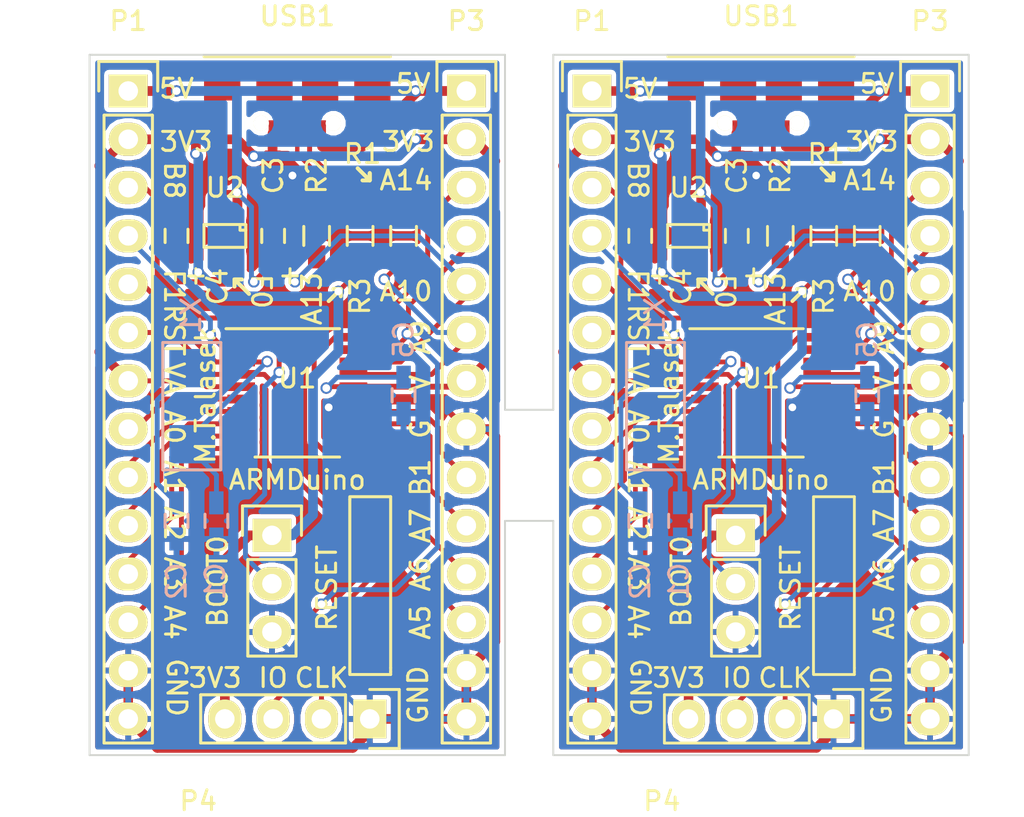
<source format=kicad_pcb>
(kicad_pcb (version 4) (host pcbnew 4.0.2+dfsg1-stable)
  (layers (0 F.Cu signal) (31 B.Cu signal) (34 B.Paste user) (35 F.Paste user) (36 B.SilkS user) (37 F.SilkS user) (38 B.Mask user) (39 F.Mask user) (44 Edge.Cuts user))
  (net 0 "")
  (net 1 GND)
  (net 2 "Net-(C1-Pad2)")
  (net 3 "Net-(C2-Pad2)")
  (net 4 +5V)
  (net 5 +3V3)
  (net 6 "Net-(P1-Pad3)")
  (net 7 "Net-(P1-Pad6)")
  (net 8 "Net-(P1-Pad8)")
  (net 9 "Net-(P1-Pad9)")
  (net 10 "Net-(P1-Pad10)")
  (net 11 "Net-(P1-Pad11)")
  (net 12 "Net-(P1-Pad12)")
  (net 13 "Net-(P2-Pad2)")
  (net 14 "Net-(P2-Pad3)")
  (net 15 "Net-(P3-Pad5)")
  (net 16 "Net-(P3-Pad6)")
  (net 17 "Net-(P3-Pad9)")
  (net 18 "Net-(P3-Pad10)")
  (net 19 "Net-(P3-Pad11)")
  (net 20 "Net-(P3-Pad12)")
  (net 21 "Net-(R1-Pad1)")
  (net 22 "Net-(R2-Pad1)")
  (net 23 "Net-(U2-Pad4)")
  (net 24 "Net-(USB1-Pad4)")
  (module Capacitors_SMD:C_0603_HandSoldering (layer B.Cu) (at 136.7155 124.841 90)
    (fp_text reference C1 (at -3.175 -0.0635 90) (layer B.SilkS) (effects (justify mirror)))
    (fp_text value 10p)
    (pad 1 smd rect (at -0.95 0 90) (size 1.2 0.75) (layers B.Cu B.Paste B.Mask) (net 1 GND))
    (pad 2 smd rect (at 0.95 0 90) (size 1.2 0.75) (layers B.Cu B.Paste B.Mask) (net 2 "Net-(C1-Pad2)"))
  )
  (module Capacitors_SMD:C_0603_HandSoldering (layer B.Cu) (at 134.62 124.841 90)
    (fp_text reference C2 (at -3.175 0 90) (layer B.SilkS) (effects (justify mirror)))
    (fp_text value 10p)
    (pad 1 smd rect (at -0.95 0 90) (size 1.2 0.75) (layers B.Cu B.Paste B.Mask) (net 1 GND))
    (pad 2 smd rect (at 0.95 0 90) (size 1.2 0.75) (layers B.Cu B.Paste B.Mask) (net 3 "Net-(C2-Pad2)"))
  )
  (module Capacitors_SMD:C_0603_HandSoldering (layer F.Cu) (at 139.7 109.855 90)
    (fp_text reference C3 (at 3.175 0 90) (layer F.SilkS))
    (fp_text value 4u7)
    (pad 1 smd rect (at -0.95 0 90) (size 1.2 0.75) (layers F.Cu F.Paste F.Mask) (net 4 +5V))
    (pad 2 smd rect (at 0.95 0 90) (size 1.2 0.75) (layers F.Cu F.Paste F.Mask) (net 1 GND))
  )
  (module Capacitors_SMD:C_0603_HandSoldering (layer F.Cu) (at 134.62 109.855 90)
    (fp_text reference C4 (at -2.667 2.159 90) (layer F.SilkS))
    (fp_text value 4u7)
    (pad 1 smd rect (at -0.95 0 90) (size 1.2 0.75) (layers F.Cu F.Paste F.Mask) (net 5 +3V3))
    (pad 2 smd rect (at 0.95 0 90) (size 1.2 0.75) (layers F.Cu F.Paste F.Mask) (net 1 GND))
  )
  (module Capacitors_SMD:C_0603_HandSoldering (layer B.Cu) (at 146.558 118.237 90)
    (fp_text reference C5 (at 2.921 0 90) (layer B.SilkS) (effects (justify mirror)))
    (fp_text value 100n)
    (pad 1 smd rect (at -0.95 0 90) (size 1.2 0.75) (layers B.Cu B.Paste B.Mask) (net 1 GND))
    (pad 2 smd rect (at 0.95 0 90) (size 1.2 0.75) (layers B.Cu B.Paste B.Mask) (net 5 +3V3))
  )
  (module Pin_Headers:Pin_Header_Straight_1x14 (layer F.Cu) (at 132.08 102.235)
    (fp_text reference P1 (at 0 -3.683) (layer F.SilkS))
    (fp_text value CONN_01X14)
    (pad 1 thru_hole rect (at 0 0) (size 2.032 1.7272) (drill 1.016) (layers *.Cu *.Mask F.SilkS) (net 4 +5V))
    (pad 2 thru_hole oval (at 0 2.54) (size 2.032 1.7272) (drill 1.016) (layers *.Cu *.Mask F.SilkS) (net 5 +3V3))
    (pad 3 thru_hole oval (at 0 5.08) (size 2.032 1.7272) (drill 1.016) (layers *.Cu *.Mask F.SilkS) (net 6 "Net-(P1-Pad3)"))
    (pad 4 thru_hole oval (at 0 7.62) (size 2.032 1.7272) (drill 1.016) (layers *.Cu *.Mask F.SilkS) (net 3 "Net-(C2-Pad2)"))
    (pad 5 thru_hole oval (at 0 10.16) (size 2.032 1.7272) (drill 1.016) (layers *.Cu *.Mask F.SilkS) (net 2 "Net-(C1-Pad2)"))
    (pad 6 thru_hole oval (at 0 12.7) (size 2.032 1.7272) (drill 1.016) (layers *.Cu *.Mask F.SilkS) (net 7 "Net-(P1-Pad6)"))
    (pad 7 thru_hole oval (at 0 15.24) (size 2.032 1.7272) (drill 1.016) (layers *.Cu *.Mask F.SilkS) (net 5 +3V3))
    (pad 8 thru_hole oval (at 0 17.78) (size 2.032 1.7272) (drill 1.016) (layers *.Cu *.Mask F.SilkS) (net 8 "Net-(P1-Pad8)"))
    (pad 9 thru_hole oval (at 0 20.32) (size 2.032 1.7272) (drill 1.016) (layers *.Cu *.Mask F.SilkS) (net 9 "Net-(P1-Pad9)"))
    (pad 10 thru_hole oval (at 0 22.86) (size 2.032 1.7272) (drill 1.016) (layers *.Cu *.Mask F.SilkS) (net 10 "Net-(P1-Pad10)"))
    (pad 11 thru_hole oval (at 0 25.4) (size 2.032 1.7272) (drill 1.016) (layers *.Cu *.Mask F.SilkS) (net 11 "Net-(P1-Pad11)"))
    (pad 12 thru_hole oval (at 0 27.94) (size 2.032 1.7272) (drill 1.016) (layers *.Cu *.Mask F.SilkS) (net 12 "Net-(P1-Pad12)"))
    (pad 13 thru_hole oval (at 0 30.48) (size 2.032 1.7272) (drill 1.016) (layers *.Cu *.Mask F.SilkS) (net 1 GND))
    (pad 14 thru_hole oval (at 0 33.02) (size 2.032 1.7272) (drill 1.016) (layers *.Cu *.Mask F.SilkS) (net 1 GND))
  )
  (module Pin_Headers:Pin_Header_Straight_1x04 (layer F.Cu) (at 144.78 135.255 270)
    (fp_text reference P2 (at 0 -5.1 270) (layer F.SilkS))
    (fp_text value CONN_01X04)
    (pad 1 thru_hole rect (at 0 0 270) (size 2.032 1.7272) (drill 1.016) (layers *.Cu *.Mask F.SilkS) (net 1 GND))
    (pad 2 thru_hole oval (at 0 2.54 270) (size 2.032 1.7272) (drill 1.016) (layers *.Cu *.Mask F.SilkS) (net 13 "Net-(P2-Pad2)"))
    (pad 3 thru_hole oval (at 0 5.08 270) (size 2.032 1.7272) (drill 1.016) (layers *.Cu *.Mask F.SilkS) (net 14 "Net-(P2-Pad3)"))
    (pad 4 thru_hole oval (at 0 7.62 270) (size 2.032 1.7272) (drill 1.016) (layers *.Cu *.Mask F.SilkS) (net 5 +3V3))
  )
  (module Pin_Headers:Pin_Header_Straight_1x14 (layer F.Cu) (at 149.86 102.235)
    (fp_text reference P3 (at 0 -3.683) (layer F.SilkS))
    (fp_text value CONN_01X14)
    (pad 1 thru_hole rect (at 0 0) (size 2.032 1.7272) (drill 1.016) (layers *.Cu *.Mask F.SilkS) (net 4 +5V))
    (pad 2 thru_hole oval (at 0 2.54) (size 2.032 1.7272) (drill 1.016) (layers *.Cu *.Mask F.SilkS) (net 5 +3V3))
    (pad 3 thru_hole oval (at 0 5.08) (size 2.032 1.7272) (drill 1.016) (layers *.Cu *.Mask F.SilkS) (net 13 "Net-(P2-Pad2)"))
    (pad 4 thru_hole oval (at 0 7.62) (size 2.032 1.7272) (drill 1.016) (layers *.Cu *.Mask F.SilkS) (net 14 "Net-(P2-Pad3)"))
    (pad 5 thru_hole oval (at 0 10.16) (size 2.032 1.7272) (drill 1.016) (layers *.Cu *.Mask F.SilkS) (net 15 "Net-(P3-Pad5)"))
    (pad 6 thru_hole oval (at 0 12.7) (size 2.032 1.7272) (drill 1.016) (layers *.Cu *.Mask F.SilkS) (net 16 "Net-(P3-Pad6)"))
    (pad 7 thru_hole oval (at 0 15.24) (size 2.032 1.7272) (drill 1.016) (layers *.Cu *.Mask F.SilkS) (net 5 +3V3))
    (pad 8 thru_hole oval (at 0 17.78) (size 2.032 1.7272) (drill 1.016) (layers *.Cu *.Mask F.SilkS) (net 1 GND))
    (pad 9 thru_hole oval (at 0 20.32) (size 2.032 1.7272) (drill 1.016) (layers *.Cu *.Mask F.SilkS) (net 17 "Net-(P3-Pad9)"))
    (pad 10 thru_hole oval (at 0 22.86) (size 2.032 1.7272) (drill 1.016) (layers *.Cu *.Mask F.SilkS) (net 18 "Net-(P3-Pad10)"))
    (pad 11 thru_hole oval (at 0 25.4) (size 2.032 1.7272) (drill 1.016) (layers *.Cu *.Mask F.SilkS) (net 19 "Net-(P3-Pad11)"))
    (pad 12 thru_hole oval (at 0 27.94) (size 2.032 1.7272) (drill 1.016) (layers *.Cu *.Mask F.SilkS) (net 20 "Net-(P3-Pad12)"))
    (pad 13 thru_hole oval (at 0 30.48) (size 2.032 1.7272) (drill 1.016) (layers *.Cu *.Mask F.SilkS) (net 1 GND))
    (pad 14 thru_hole oval (at 0 33.02) (size 2.032 1.7272) (drill 1.016) (layers *.Cu *.Mask F.SilkS) (net 1 GND))
  )
  (module Pin_Headers:Pin_Header_Straight_1x03 (layer F.Cu) (at 139.6365 125.603)
    (fp_text reference P4 (at -3.8735 13.97) (layer F.SilkS))
    (fp_text value CONN_01X03)
    (pad 1 thru_hole rect (at 0 0) (size 2.032 1.7272) (drill 1.016) (layers *.Cu *.Mask F.SilkS) (net 5 +3V3))
    (pad 2 thru_hole oval (at 0 2.54) (size 2.032 1.7272) (drill 1.016) (layers *.Cu *.Mask F.SilkS) (net 6 "Net-(P1-Pad3)"))
    (pad 3 thru_hole oval (at 0 5.08) (size 2.032 1.7272) (drill 1.016) (layers *.Cu *.Mask F.SilkS) (net 1 GND))
  )
  (module Resistors_SMD:R_0603_HandSoldering (layer F.Cu) (at 146.558 109.855 270)
    (fp_text reference R1 (at -4.318 2.159 360) (layer F.SilkS))
    (fp_text value 27R)
    (pad 1 smd rect (at -1.1 0 270) (size 1.2 0.9) (layers F.Cu F.Paste F.Mask) (net 21 "Net-(R1-Pad1)"))
    (pad 2 smd rect (at 1.1 0 270) (size 1.2 0.9) (layers F.Cu F.Paste F.Mask) (net 16 "Net-(P3-Pad6)"))
  )
  (module Resistors_SMD:R_0603_HandSoldering (layer F.Cu) (at 141.986 109.855 270)
    (fp_text reference R2 (at -3.175 0 270) (layer F.SilkS))
    (fp_text value 27R)
    (pad 1 smd rect (at -1.1 0 270) (size 1.2 0.9) (layers F.Cu F.Paste F.Mask) (net 22 "Net-(R2-Pad1)"))
    (pad 2 smd rect (at 1.1 0 270) (size 1.2 0.9) (layers F.Cu F.Paste F.Mask) (net 15 "Net-(P3-Pad5)"))
  )
  (module Resistors_SMD:R_0603_HandSoldering (layer F.Cu) (at 144.272 109.855 270)
    (fp_text reference R3 (at 3.175 0 270) (layer F.SilkS))
    (fp_text value 1k5)
    (pad 1 smd rect (at -1.1 0 270) (size 1.2 0.9) (layers F.Cu F.Paste F.Mask) (net 22 "Net-(R2-Pad1)"))
    (pad 2 smd rect (at 1.1 0 270) (size 1.2 0.9) (layers F.Cu F.Paste F.Mask) (net 5 +3V3))
  )
  (module smt-other:MICROSWITCH-3x6 (layer F.Cu) (at 144.78 128.27 270)
    (fp_text reference RESET (at 0.1 2.25 270) (layer F.SilkS))
    (fp_text value RESET)
    (pad 1 smd rect (at -3.05 0 270) (size 2.7 1.2) (layers F.Cu F.Paste F.Mask) (net 7 "Net-(P1-Pad6)"))
    (pad 2 smd rect (at 3.05 0 270) (size 2.7 1.2) (layers F.Cu F.Paste F.Mask) (net 1 GND))
  )
  (module Housings_SSOP:TSSOP-20_4.4x6.5mm_Pitch0.65mm (layer F.Cu) (at 140.97 118.11)
    (fp_text reference U1 (at 0 -0.762) (layer F.SilkS))
    (fp_text value STM32F042F6P6)
    (pad 1 smd rect (at -2.95 -2.925) (size 1.45 0.45) (layers F.Cu F.Paste F.Mask) (net 6 "Net-(P1-Pad3)"))
    (pad 2 smd rect (at -2.95 -2.275) (size 1.45 0.45) (layers F.Cu F.Paste F.Mask) (net 3 "Net-(C2-Pad2)"))
    (pad 3 smd rect (at -2.95 -1.625) (size 1.45 0.45) (layers F.Cu F.Paste F.Mask) (net 2 "Net-(C1-Pad2)"))
    (pad 4 smd rect (at -2.95 -0.975) (size 1.45 0.45) (layers F.Cu F.Paste F.Mask) (net 7 "Net-(P1-Pad6)"))
    (pad 5 smd rect (at -2.95 -0.325) (size 1.45 0.45) (layers F.Cu F.Paste F.Mask) (net 5 +3V3))
    (pad 6 smd rect (at -2.95 0.325) (size 1.45 0.45) (layers F.Cu F.Paste F.Mask) (net 8 "Net-(P1-Pad8)"))
    (pad 7 smd rect (at -2.95 0.975) (size 1.45 0.45) (layers F.Cu F.Paste F.Mask) (net 9 "Net-(P1-Pad9)"))
    (pad 8 smd rect (at -2.95 1.625) (size 1.45 0.45) (layers F.Cu F.Paste F.Mask) (net 10 "Net-(P1-Pad10)"))
    (pad 9 smd rect (at -2.95 2.275) (size 1.45 0.45) (layers F.Cu F.Paste F.Mask) (net 11 "Net-(P1-Pad11)"))
    (pad 10 smd rect (at -2.95 2.925) (size 1.45 0.45) (layers F.Cu F.Paste F.Mask) (net 12 "Net-(P1-Pad12)"))
    (pad 11 smd rect (at 2.95 2.925) (size 1.45 0.45) (layers F.Cu F.Paste F.Mask) (net 20 "Net-(P3-Pad12)"))
    (pad 12 smd rect (at 2.95 2.275) (size 1.45 0.45) (layers F.Cu F.Paste F.Mask) (net 19 "Net-(P3-Pad11)"))
    (pad 13 smd rect (at 2.95 1.625) (size 1.45 0.45) (layers F.Cu F.Paste F.Mask) (net 18 "Net-(P3-Pad10)"))
    (pad 14 smd rect (at 2.95 0.975) (size 1.45 0.45) (layers F.Cu F.Paste F.Mask) (net 17 "Net-(P3-Pad9)"))
    (pad 15 smd rect (at 2.95 0.325) (size 1.45 0.45) (layers F.Cu F.Paste F.Mask) (net 1 GND))
    (pad 16 smd rect (at 2.95 -0.325) (size 1.45 0.45) (layers F.Cu F.Paste F.Mask) (net 5 +3V3))
    (pad 17 smd rect (at 2.95 -0.975) (size 1.45 0.45) (layers F.Cu F.Paste F.Mask) (net 16 "Net-(P3-Pad6)"))
    (pad 18 smd rect (at 2.95 -1.625) (size 1.45 0.45) (layers F.Cu F.Paste F.Mask) (net 15 "Net-(P3-Pad5)"))
    (pad 19 smd rect (at 2.95 -2.275) (size 1.45 0.45) (layers F.Cu F.Paste F.Mask) (net 14 "Net-(P2-Pad3)"))
    (pad 20 smd rect (at 2.95 -2.925) (size 1.45 0.45) (layers F.Cu F.Paste F.Mask) (net 13 "Net-(P2-Pad2)"))
  )
  (module TO_SOT_Packages_SMD:SC-70-5 (layer F.Cu) (at 137.16 109.855 180)
    (fp_text reference U2 (at 0 2.54 180) (layer F.SilkS))
    (fp_text value APE8865U5-33-HF-3)
    (pad 1 smd rect (at -0.6604 1.016 180) (size 0.4064 0.6604) (layers F.Cu F.Paste F.Mask) (net 4 +5V))
    (pad 3 smd rect (at 0.6604 1.016 180) (size 0.4064 0.6604) (layers F.Cu F.Paste F.Mask) (net 4 +5V))
    (pad 2 smd rect (at 0 1.016 180) (size 0.4064 0.6604) (layers F.Cu F.Paste F.Mask) (net 1 GND))
    (pad 4 smd rect (at 0.6604 -1.016 180) (size 0.4064 0.6604) (layers F.Cu F.Paste F.Mask) (net 23 "Net-(U2-Pad4)"))
    (pad 5 smd rect (at -0.6604 -1.016 180) (size 0.4064 0.6604) (layers F.Cu F.Paste F.Mask) (net 5 +3V3))
  )
  (module smt-other:USB-MICRO-B-SMT (layer F.Cu) (at 140.97 100.33 180)
    (fp_text reference USB1 (at 0 2.032 180) (layer F.SilkS))
    (fp_text value USB-MICRO-B)
    (pad 1 smd rect (at -1.3 -4.125 180) (size 0.4 1.35) (layers F.Cu F.Paste F.Mask) (net 4 +5V))
    (pad 2 smd rect (at -0.65 -4.125 180) (size 0.4 1.35) (layers F.Cu F.Paste F.Mask) (net 21 "Net-(R1-Pad1)"))
    (pad 3 smd rect (at 0 -4.125 180) (size 0.4 1.35) (layers F.Cu F.Paste F.Mask) (net 22 "Net-(R2-Pad1)"))
    (pad 4 smd rect (at 0.65 -4.125 180) (size 0.4 1.35) (layers F.Cu F.Paste F.Mask) (net 24 "Net-(USB1-Pad4)"))
    (pad 5 smd rect (at 1.3 -4.125 180) (size 0.4 1.35) (layers F.Cu F.Paste F.Mask) (net 1 GND))
    (pad "" np_thru_hole circle (at -1.9 -3.6 180) (size 0.8 0.8) (drill 0.8) (layers *.Cu *.Mask F.SilkS))
    (pad "" np_thru_hole circle (at 1.9 -3.6 180) (size 0.8 0.8) (drill 0.8) (layers *.Cu *.Mask F.SilkS))
    (pad "" smd rect (at -3.95 -1.45 180) (size 1.9 1.9) (layers F.Cu F.Paste F.Mask))
    (pad "" smd rect (at 3.95 -1.45 180) (size 1.9 1.9) (layers F.Cu F.Paste F.Mask))
    (pad "" smd rect (at -1.2 -1.45 180) (size 1.9 1.9) (layers F.Cu F.Paste F.Mask))
    (pad "" smd rect (at 1.2 -1.45 180) (size 1.9 1.9) (layers F.Cu F.Paste F.Mask))
  )
  (module smt-other:SMT_5032 (layer B.Cu) (at 135.4455 118.8085 270)
    (fp_text reference X1 (at -4.7625 0.0635 270) (layer B.SilkS) (effects (justify mirror)))
    (fp_text value 8.000Mhz)
    (pad 1 smd rect (at -2 0 270) (size 2 2.4) (layers B.Cu B.Paste B.Mask) (net 3 "Net-(C2-Pad2)"))
    (pad 2 smd rect (at 2 0 270) (size 2 2.4) (layers B.Cu B.Paste B.Mask) (net 2 "Net-(C1-Pad2)"))
  )
  (module Capacitors_SMD:C_0603_HandSoldering (layer B.Cu) (at 136.7155 124.841 90)
    (fp_text reference C1 (at -3.175 -0.0635 90) (layer B.SilkS) (effects (justify mirror)))
    (fp_text value 10p)
    (pad 1 smd rect (at -0.95 0 90) (size 1.2 0.75) (layers B.Cu B.Paste B.Mask) (net 1 GND))
    (pad 2 smd rect (at 0.95 0 90) (size 1.2 0.75) (layers B.Cu B.Paste B.Mask) (net 2 "Net-(C1-Pad2)"))
  )
  (module Capacitors_SMD:C_0603_HandSoldering (layer B.Cu) (at 134.62 124.841 90)
    (fp_text reference C2 (at -3.175 0 90) (layer B.SilkS) (effects (justify mirror)))
    (fp_text value 10p)
    (pad 1 smd rect (at -0.95 0 90) (size 1.2 0.75) (layers B.Cu B.Paste B.Mask) (net 1 GND))
    (pad 2 smd rect (at 0.95 0 90) (size 1.2 0.75) (layers B.Cu B.Paste B.Mask) (net 3 "Net-(C2-Pad2)"))
  )
  (module Capacitors_SMD:C_0603_HandSoldering (layer F.Cu) (at 139.7 109.855 90)
    (fp_text reference C3 (at 3.175 0 90) (layer F.SilkS))
    (fp_text value 4u7)
    (pad 1 smd rect (at -0.95 0 90) (size 1.2 0.75) (layers F.Cu F.Paste F.Mask) (net 4 +5V))
    (pad 2 smd rect (at 0.95 0 90) (size 1.2 0.75) (layers F.Cu F.Paste F.Mask) (net 1 GND))
  )
  (module Capacitors_SMD:C_0603_HandSoldering (layer F.Cu) (at 134.62 109.855 90)
    (fp_text reference C4 (at -2.667 2.159 90) (layer F.SilkS))
    (fp_text value 4u7)
    (pad 1 smd rect (at -0.95 0 90) (size 1.2 0.75) (layers F.Cu F.Paste F.Mask) (net 5 +3V3))
    (pad 2 smd rect (at 0.95 0 90) (size 1.2 0.75) (layers F.Cu F.Paste F.Mask) (net 1 GND))
  )
  (module Capacitors_SMD:C_0603_HandSoldering (layer B.Cu) (at 146.558 118.237 90)
    (fp_text reference C5 (at 2.921 0 90) (layer B.SilkS) (effects (justify mirror)))
    (fp_text value 100n)
    (pad 1 smd rect (at -0.95 0 90) (size 1.2 0.75) (layers B.Cu B.Paste B.Mask) (net 1 GND))
    (pad 2 smd rect (at 0.95 0 90) (size 1.2 0.75) (layers B.Cu B.Paste B.Mask) (net 5 +3V3))
  )
  (module Pin_Headers:Pin_Header_Straight_1x14 (layer F.Cu) (at 132.08 102.235)
    (fp_text reference P1 (at 0 -3.683) (layer F.SilkS))
    (fp_text value CONN_01X14)
    (pad 1 thru_hole rect (at 0 0) (size 2.032 1.7272) (drill 1.016) (layers *.Cu *.Mask F.SilkS) (net 4 +5V))
    (pad 2 thru_hole oval (at 0 2.54) (size 2.032 1.7272) (drill 1.016) (layers *.Cu *.Mask F.SilkS) (net 5 +3V3))
    (pad 3 thru_hole oval (at 0 5.08) (size 2.032 1.7272) (drill 1.016) (layers *.Cu *.Mask F.SilkS) (net 6 "Net-(P1-Pad3)"))
    (pad 4 thru_hole oval (at 0 7.62) (size 2.032 1.7272) (drill 1.016) (layers *.Cu *.Mask F.SilkS) (net 3 "Net-(C2-Pad2)"))
    (pad 5 thru_hole oval (at 0 10.16) (size 2.032 1.7272) (drill 1.016) (layers *.Cu *.Mask F.SilkS) (net 2 "Net-(C1-Pad2)"))
    (pad 6 thru_hole oval (at 0 12.7) (size 2.032 1.7272) (drill 1.016) (layers *.Cu *.Mask F.SilkS) (net 7 "Net-(P1-Pad6)"))
    (pad 7 thru_hole oval (at 0 15.24) (size 2.032 1.7272) (drill 1.016) (layers *.Cu *.Mask F.SilkS) (net 5 +3V3))
    (pad 8 thru_hole oval (at 0 17.78) (size 2.032 1.7272) (drill 1.016) (layers *.Cu *.Mask F.SilkS) (net 8 "Net-(P1-Pad8)"))
    (pad 9 thru_hole oval (at 0 20.32) (size 2.032 1.7272) (drill 1.016) (layers *.Cu *.Mask F.SilkS) (net 9 "Net-(P1-Pad9)"))
    (pad 10 thru_hole oval (at 0 22.86) (size 2.032 1.7272) (drill 1.016) (layers *.Cu *.Mask F.SilkS) (net 10 "Net-(P1-Pad10)"))
    (pad 11 thru_hole oval (at 0 25.4) (size 2.032 1.7272) (drill 1.016) (layers *.Cu *.Mask F.SilkS) (net 11 "Net-(P1-Pad11)"))
    (pad 12 thru_hole oval (at 0 27.94) (size 2.032 1.7272) (drill 1.016) (layers *.Cu *.Mask F.SilkS) (net 12 "Net-(P1-Pad12)"))
    (pad 13 thru_hole oval (at 0 30.48) (size 2.032 1.7272) (drill 1.016) (layers *.Cu *.Mask F.SilkS) (net 1 GND))
    (pad 14 thru_hole oval (at 0 33.02) (size 2.032 1.7272) (drill 1.016) (layers *.Cu *.Mask F.SilkS) (net 1 GND))
  )
  (module Pin_Headers:Pin_Header_Straight_1x04 (layer F.Cu) (at 144.78 135.255 270)
    (fp_text reference P2 (at 0 -5.1 270) (layer F.SilkS))
    (fp_text value CONN_01X04)
    (pad 1 thru_hole rect (at 0 0 270) (size 2.032 1.7272) (drill 1.016) (layers *.Cu *.Mask F.SilkS) (net 1 GND))
    (pad 2 thru_hole oval (at 0 2.54 270) (size 2.032 1.7272) (drill 1.016) (layers *.Cu *.Mask F.SilkS) (net 13 "Net-(P2-Pad2)"))
    (pad 3 thru_hole oval (at 0 5.08 270) (size 2.032 1.7272) (drill 1.016) (layers *.Cu *.Mask F.SilkS) (net 14 "Net-(P2-Pad3)"))
    (pad 4 thru_hole oval (at 0 7.62 270) (size 2.032 1.7272) (drill 1.016) (layers *.Cu *.Mask F.SilkS) (net 5 +3V3))
  )
  (module Pin_Headers:Pin_Header_Straight_1x14 (layer F.Cu) (at 149.86 102.235)
    (fp_text reference P3 (at 0 -3.683) (layer F.SilkS))
    (fp_text value CONN_01X14)
    (pad 1 thru_hole rect (at 0 0) (size 2.032 1.7272) (drill 1.016) (layers *.Cu *.Mask F.SilkS) (net 4 +5V))
    (pad 2 thru_hole oval (at 0 2.54) (size 2.032 1.7272) (drill 1.016) (layers *.Cu *.Mask F.SilkS) (net 5 +3V3))
    (pad 3 thru_hole oval (at 0 5.08) (size 2.032 1.7272) (drill 1.016) (layers *.Cu *.Mask F.SilkS) (net 13 "Net-(P2-Pad2)"))
    (pad 4 thru_hole oval (at 0 7.62) (size 2.032 1.7272) (drill 1.016) (layers *.Cu *.Mask F.SilkS) (net 14 "Net-(P2-Pad3)"))
    (pad 5 thru_hole oval (at 0 10.16) (size 2.032 1.7272) (drill 1.016) (layers *.Cu *.Mask F.SilkS) (net 15 "Net-(P3-Pad5)"))
    (pad 6 thru_hole oval (at 0 12.7) (size 2.032 1.7272) (drill 1.016) (layers *.Cu *.Mask F.SilkS) (net 16 "Net-(P3-Pad6)"))
    (pad 7 thru_hole oval (at 0 15.24) (size 2.032 1.7272) (drill 1.016) (layers *.Cu *.Mask F.SilkS) (net 5 +3V3))
    (pad 8 thru_hole oval (at 0 17.78) (size 2.032 1.7272) (drill 1.016) (layers *.Cu *.Mask F.SilkS) (net 1 GND))
    (pad 9 thru_hole oval (at 0 20.32) (size 2.032 1.7272) (drill 1.016) (layers *.Cu *.Mask F.SilkS) (net 17 "Net-(P3-Pad9)"))
    (pad 10 thru_hole oval (at 0 22.86) (size 2.032 1.7272) (drill 1.016) (layers *.Cu *.Mask F.SilkS) (net 18 "Net-(P3-Pad10)"))
    (pad 11 thru_hole oval (at 0 25.4) (size 2.032 1.7272) (drill 1.016) (layers *.Cu *.Mask F.SilkS) (net 19 "Net-(P3-Pad11)"))
    (pad 12 thru_hole oval (at 0 27.94) (size 2.032 1.7272) (drill 1.016) (layers *.Cu *.Mask F.SilkS) (net 20 "Net-(P3-Pad12)"))
    (pad 13 thru_hole oval (at 0 30.48) (size 2.032 1.7272) (drill 1.016) (layers *.Cu *.Mask F.SilkS) (net 1 GND))
    (pad 14 thru_hole oval (at 0 33.02) (size 2.032 1.7272) (drill 1.016) (layers *.Cu *.Mask F.SilkS) (net 1 GND))
  )
  (module Pin_Headers:Pin_Header_Straight_1x03 (layer F.Cu) (at 139.6365 125.603)
    (fp_text reference P4 (at -3.8735 13.97) (layer F.SilkS))
    (fp_text value CONN_01X03)
    (pad 1 thru_hole rect (at 0 0) (size 2.032 1.7272) (drill 1.016) (layers *.Cu *.Mask F.SilkS) (net 5 +3V3))
    (pad 2 thru_hole oval (at 0 2.54) (size 2.032 1.7272) (drill 1.016) (layers *.Cu *.Mask F.SilkS) (net 6 "Net-(P1-Pad3)"))
    (pad 3 thru_hole oval (at 0 5.08) (size 2.032 1.7272) (drill 1.016) (layers *.Cu *.Mask F.SilkS) (net 1 GND))
  )
  (module Resistors_SMD:R_0603_HandSoldering (layer F.Cu) (at 146.558 109.855 270)
    (fp_text reference R1 (at -4.318 2.159 360) (layer F.SilkS))
    (fp_text value 27R)
    (pad 1 smd rect (at -1.1 0 270) (size 1.2 0.9) (layers F.Cu F.Paste F.Mask) (net 21 "Net-(R1-Pad1)"))
    (pad 2 smd rect (at 1.1 0 270) (size 1.2 0.9) (layers F.Cu F.Paste F.Mask) (net 16 "Net-(P3-Pad6)"))
  )
  (module Resistors_SMD:R_0603_HandSoldering (layer F.Cu) (at 141.986 109.855 270)
    (fp_text reference R2 (at -3.175 0 270) (layer F.SilkS))
    (fp_text value 27R)
    (pad 1 smd rect (at -1.1 0 270) (size 1.2 0.9) (layers F.Cu F.Paste F.Mask) (net 22 "Net-(R2-Pad1)"))
    (pad 2 smd rect (at 1.1 0 270) (size 1.2 0.9) (layers F.Cu F.Paste F.Mask) (net 15 "Net-(P3-Pad5)"))
  )
  (module Resistors_SMD:R_0603_HandSoldering (layer F.Cu) (at 144.272 109.855 270)
    (fp_text reference R3 (at 3.175 0 270) (layer F.SilkS))
    (fp_text value 1k5)
    (pad 1 smd rect (at -1.1 0 270) (size 1.2 0.9) (layers F.Cu F.Paste F.Mask) (net 22 "Net-(R2-Pad1)"))
    (pad 2 smd rect (at 1.1 0 270) (size 1.2 0.9) (layers F.Cu F.Paste F.Mask) (net 5 +3V3))
  )
  (module smt-other:MICROSWITCH-3x6 (layer F.Cu) (at 144.78 128.27 270)
    (fp_text reference RESET (at 0.1 2.25 270) (layer F.SilkS))
    (fp_text value RESET)
    (pad 1 smd rect (at -3.05 0 270) (size 2.7 1.2) (layers F.Cu F.Paste F.Mask) (net 7 "Net-(P1-Pad6)"))
    (pad 2 smd rect (at 3.05 0 270) (size 2.7 1.2) (layers F.Cu F.Paste F.Mask) (net 1 GND))
  )
  (module Housings_SSOP:TSSOP-20_4.4x6.5mm_Pitch0.65mm (layer F.Cu) (at 140.97 118.11)
    (fp_text reference U1 (at 0 -0.762) (layer F.SilkS))
    (fp_text value STM32F042F6P6)
    (pad 1 smd rect (at -2.95 -2.925) (size 1.45 0.45) (layers F.Cu F.Paste F.Mask) (net 6 "Net-(P1-Pad3)"))
    (pad 2 smd rect (at -2.95 -2.275) (size 1.45 0.45) (layers F.Cu F.Paste F.Mask) (net 3 "Net-(C2-Pad2)"))
    (pad 3 smd rect (at -2.95 -1.625) (size 1.45 0.45) (layers F.Cu F.Paste F.Mask) (net 2 "Net-(C1-Pad2)"))
    (pad 4 smd rect (at -2.95 -0.975) (size 1.45 0.45) (layers F.Cu F.Paste F.Mask) (net 7 "Net-(P1-Pad6)"))
    (pad 5 smd rect (at -2.95 -0.325) (size 1.45 0.45) (layers F.Cu F.Paste F.Mask) (net 5 +3V3))
    (pad 6 smd rect (at -2.95 0.325) (size 1.45 0.45) (layers F.Cu F.Paste F.Mask) (net 8 "Net-(P1-Pad8)"))
    (pad 7 smd rect (at -2.95 0.975) (size 1.45 0.45) (layers F.Cu F.Paste F.Mask) (net 9 "Net-(P1-Pad9)"))
    (pad 8 smd rect (at -2.95 1.625) (size 1.45 0.45) (layers F.Cu F.Paste F.Mask) (net 10 "Net-(P1-Pad10)"))
    (pad 9 smd rect (at -2.95 2.275) (size 1.45 0.45) (layers F.Cu F.Paste F.Mask) (net 11 "Net-(P1-Pad11)"))
    (pad 10 smd rect (at -2.95 2.925) (size 1.45 0.45) (layers F.Cu F.Paste F.Mask) (net 12 "Net-(P1-Pad12)"))
    (pad 11 smd rect (at 2.95 2.925) (size 1.45 0.45) (layers F.Cu F.Paste F.Mask) (net 20 "Net-(P3-Pad12)"))
    (pad 12 smd rect (at 2.95 2.275) (size 1.45 0.45) (layers F.Cu F.Paste F.Mask) (net 19 "Net-(P3-Pad11)"))
    (pad 13 smd rect (at 2.95 1.625) (size 1.45 0.45) (layers F.Cu F.Paste F.Mask) (net 18 "Net-(P3-Pad10)"))
    (pad 14 smd rect (at 2.95 0.975) (size 1.45 0.45) (layers F.Cu F.Paste F.Mask) (net 17 "Net-(P3-Pad9)"))
    (pad 15 smd rect (at 2.95 0.325) (size 1.45 0.45) (layers F.Cu F.Paste F.Mask) (net 1 GND))
    (pad 16 smd rect (at 2.95 -0.325) (size 1.45 0.45) (layers F.Cu F.Paste F.Mask) (net 5 +3V3))
    (pad 17 smd rect (at 2.95 -0.975) (size 1.45 0.45) (layers F.Cu F.Paste F.Mask) (net 16 "Net-(P3-Pad6)"))
    (pad 18 smd rect (at 2.95 -1.625) (size 1.45 0.45) (layers F.Cu F.Paste F.Mask) (net 15 "Net-(P3-Pad5)"))
    (pad 19 smd rect (at 2.95 -2.275) (size 1.45 0.45) (layers F.Cu F.Paste F.Mask) (net 14 "Net-(P2-Pad3)"))
    (pad 20 smd rect (at 2.95 -2.925) (size 1.45 0.45) (layers F.Cu F.Paste F.Mask) (net 13 "Net-(P2-Pad2)"))
  )
  (module TO_SOT_Packages_SMD:SC-70-5 (layer F.Cu) (at 137.16 109.855 180)
    (fp_text reference U2 (at 0 2.54 180) (layer F.SilkS))
    (fp_text value APE8865U5-33-HF-3)
    (pad 1 smd rect (at -0.6604 1.016 180) (size 0.4064 0.6604) (layers F.Cu F.Paste F.Mask) (net 4 +5V))
    (pad 3 smd rect (at 0.6604 1.016 180) (size 0.4064 0.6604) (layers F.Cu F.Paste F.Mask) (net 4 +5V))
    (pad 2 smd rect (at 0 1.016 180) (size 0.4064 0.6604) (layers F.Cu F.Paste F.Mask) (net 1 GND))
    (pad 4 smd rect (at 0.6604 -1.016 180) (size 0.4064 0.6604) (layers F.Cu F.Paste F.Mask) (net 23 "Net-(U2-Pad4)"))
    (pad 5 smd rect (at -0.6604 -1.016 180) (size 0.4064 0.6604) (layers F.Cu F.Paste F.Mask) (net 5 +3V3))
  )
  (module smt-other:USB-MICRO-B-SMT (layer F.Cu) (at 140.97 100.33 180)
    (fp_text reference USB1 (at 0 2.032 180) (layer F.SilkS))
    (fp_text value USB-MICRO-B)
    (pad 1 smd rect (at -1.3 -4.125 180) (size 0.4 1.35) (layers F.Cu F.Paste F.Mask) (net 4 +5V))
    (pad 2 smd rect (at -0.65 -4.125 180) (size 0.4 1.35) (layers F.Cu F.Paste F.Mask) (net 21 "Net-(R1-Pad1)"))
    (pad 3 smd rect (at 0 -4.125 180) (size 0.4 1.35) (layers F.Cu F.Paste F.Mask) (net 22 "Net-(R2-Pad1)"))
    (pad 4 smd rect (at 0.65 -4.125 180) (size 0.4 1.35) (layers F.Cu F.Paste F.Mask) (net 24 "Net-(USB1-Pad4)"))
    (pad 5 smd rect (at 1.3 -4.125 180) (size 0.4 1.35) (layers F.Cu F.Paste F.Mask) (net 1 GND))
    (pad "" np_thru_hole circle (at -1.9 -3.6 180) (size 0.8 0.8) (drill 0.8) (layers *.Cu *.Mask F.SilkS))
    (pad "" np_thru_hole circle (at 1.9 -3.6 180) (size 0.8 0.8) (drill 0.8) (layers *.Cu *.Mask F.SilkS))
    (pad "" smd rect (at -3.95 -1.45 180) (size 1.9 1.9) (layers F.Cu F.Paste F.Mask))
    (pad "" smd rect (at 3.95 -1.45 180) (size 1.9 1.9) (layers F.Cu F.Paste F.Mask))
    (pad "" smd rect (at -1.2 -1.45 180) (size 1.9 1.9) (layers F.Cu F.Paste F.Mask))
    (pad "" smd rect (at 1.2 -1.45 180) (size 1.9 1.9) (layers F.Cu F.Paste F.Mask))
  )
  (module smt-other:SMT_5032 (layer B.Cu) (at 135.4455 118.8085 270)
    (fp_text reference X1 (at -4.7625 0.0635 270) (layer B.SilkS) (effects (justify mirror)))
    (fp_text value 8.000Mhz)
    (pad 1 smd rect (at -2 0 270) (size 2 2.4) (layers B.Cu B.Paste B.Mask) (net 3 "Net-(C2-Pad2)"))
    (pad 2 smd rect (at 2 0 270) (size 2 2.4) (layers B.Cu B.Paste B.Mask) (net 2 "Net-(C1-Pad2)"))
  )
  (module Capacitors_SMD:C_0603_HandSoldering (layer B.Cu) (at 161.0995 124.841 90)
    (fp_text reference C1 (at -3.175 -0.0635 90) (layer B.SilkS) (effects (justify mirror)))
    (fp_text value 10p)
    (pad 1 smd rect (at -0.95 0 90) (size 1.2 0.75) (layers B.Cu B.Paste B.Mask) (net 1 GND))
    (pad 2 smd rect (at 0.95 0 90) (size 1.2 0.75) (layers B.Cu B.Paste B.Mask) (net 2 "Net-(C1-Pad2)"))
  )
  (module Capacitors_SMD:C_0603_HandSoldering (layer B.Cu) (at 159.004 124.841 90)
    (fp_text reference C2 (at -3.175 0 90) (layer B.SilkS) (effects (justify mirror)))
    (fp_text value 10p)
    (pad 1 smd rect (at -0.95 0 90) (size 1.2 0.75) (layers B.Cu B.Paste B.Mask) (net 1 GND))
    (pad 2 smd rect (at 0.95 0 90) (size 1.2 0.75) (layers B.Cu B.Paste B.Mask) (net 3 "Net-(C2-Pad2)"))
  )
  (module Capacitors_SMD:C_0603_HandSoldering (layer F.Cu) (at 164.084 109.855 90)
    (fp_text reference C3 (at 3.175 0 90) (layer F.SilkS))
    (fp_text value 4u7)
    (pad 1 smd rect (at -0.95 0 90) (size 1.2 0.75) (layers F.Cu F.Paste F.Mask) (net 4 +5V))
    (pad 2 smd rect (at 0.95 0 90) (size 1.2 0.75) (layers F.Cu F.Paste F.Mask) (net 1 GND))
  )
  (module Capacitors_SMD:C_0603_HandSoldering (layer F.Cu) (at 159.004 109.855 90)
    (fp_text reference C4 (at -2.667 2.159 90) (layer F.SilkS))
    (fp_text value 4u7)
    (pad 1 smd rect (at -0.95 0 90) (size 1.2 0.75) (layers F.Cu F.Paste F.Mask) (net 5 +3V3))
    (pad 2 smd rect (at 0.95 0 90) (size 1.2 0.75) (layers F.Cu F.Paste F.Mask) (net 1 GND))
  )
  (module Capacitors_SMD:C_0603_HandSoldering (layer B.Cu) (at 170.942 118.237 90)
    (fp_text reference C5 (at 2.921 0 90) (layer B.SilkS) (effects (justify mirror)))
    (fp_text value 100n)
    (pad 1 smd rect (at -0.95 0 90) (size 1.2 0.75) (layers B.Cu B.Paste B.Mask) (net 1 GND))
    (pad 2 smd rect (at 0.95 0 90) (size 1.2 0.75) (layers B.Cu B.Paste B.Mask) (net 5 +3V3))
  )
  (module Pin_Headers:Pin_Header_Straight_1x14 (layer F.Cu) (at 156.464 102.235)
    (fp_text reference P1 (at 0 -3.683) (layer F.SilkS))
    (fp_text value CONN_01X14)
    (pad 1 thru_hole rect (at 0 0) (size 2.032 1.7272) (drill 1.016) (layers *.Cu *.Mask F.SilkS) (net 4 +5V))
    (pad 2 thru_hole oval (at 0 2.54) (size 2.032 1.7272) (drill 1.016) (layers *.Cu *.Mask F.SilkS) (net 5 +3V3))
    (pad 3 thru_hole oval (at 0 5.08) (size 2.032 1.7272) (drill 1.016) (layers *.Cu *.Mask F.SilkS) (net 6 "Net-(P1-Pad3)"))
    (pad 4 thru_hole oval (at 0 7.62) (size 2.032 1.7272) (drill 1.016) (layers *.Cu *.Mask F.SilkS) (net 3 "Net-(C2-Pad2)"))
    (pad 5 thru_hole oval (at 0 10.16) (size 2.032 1.7272) (drill 1.016) (layers *.Cu *.Mask F.SilkS) (net 2 "Net-(C1-Pad2)"))
    (pad 6 thru_hole oval (at 0 12.7) (size 2.032 1.7272) (drill 1.016) (layers *.Cu *.Mask F.SilkS) (net 7 "Net-(P1-Pad6)"))
    (pad 7 thru_hole oval (at 0 15.24) (size 2.032 1.7272) (drill 1.016) (layers *.Cu *.Mask F.SilkS) (net 5 +3V3))
    (pad 8 thru_hole oval (at 0 17.78) (size 2.032 1.7272) (drill 1.016) (layers *.Cu *.Mask F.SilkS) (net 8 "Net-(P1-Pad8)"))
    (pad 9 thru_hole oval (at 0 20.32) (size 2.032 1.7272) (drill 1.016) (layers *.Cu *.Mask F.SilkS) (net 9 "Net-(P1-Pad9)"))
    (pad 10 thru_hole oval (at 0 22.86) (size 2.032 1.7272) (drill 1.016) (layers *.Cu *.Mask F.SilkS) (net 10 "Net-(P1-Pad10)"))
    (pad 11 thru_hole oval (at 0 25.4) (size 2.032 1.7272) (drill 1.016) (layers *.Cu *.Mask F.SilkS) (net 11 "Net-(P1-Pad11)"))
    (pad 12 thru_hole oval (at 0 27.94) (size 2.032 1.7272) (drill 1.016) (layers *.Cu *.Mask F.SilkS) (net 12 "Net-(P1-Pad12)"))
    (pad 13 thru_hole oval (at 0 30.48) (size 2.032 1.7272) (drill 1.016) (layers *.Cu *.Mask F.SilkS) (net 1 GND))
    (pad 14 thru_hole oval (at 0 33.02) (size 2.032 1.7272) (drill 1.016) (layers *.Cu *.Mask F.SilkS) (net 1 GND))
  )
  (module Pin_Headers:Pin_Header_Straight_1x04 (layer F.Cu) (at 169.164 135.255 270)
    (fp_text reference P2 (at 0 -5.1 270) (layer F.SilkS))
    (fp_text value CONN_01X04)
    (pad 1 thru_hole rect (at 0 0 270) (size 2.032 1.7272) (drill 1.016) (layers *.Cu *.Mask F.SilkS) (net 1 GND))
    (pad 2 thru_hole oval (at 0 2.54 270) (size 2.032 1.7272) (drill 1.016) (layers *.Cu *.Mask F.SilkS) (net 13 "Net-(P2-Pad2)"))
    (pad 3 thru_hole oval (at 0 5.08 270) (size 2.032 1.7272) (drill 1.016) (layers *.Cu *.Mask F.SilkS) (net 14 "Net-(P2-Pad3)"))
    (pad 4 thru_hole oval (at 0 7.62 270) (size 2.032 1.7272) (drill 1.016) (layers *.Cu *.Mask F.SilkS) (net 5 +3V3))
  )
  (module Pin_Headers:Pin_Header_Straight_1x14 (layer F.Cu) (at 174.244 102.235)
    (fp_text reference P3 (at 0 -3.683) (layer F.SilkS))
    (fp_text value CONN_01X14)
    (pad 1 thru_hole rect (at 0 0) (size 2.032 1.7272) (drill 1.016) (layers *.Cu *.Mask F.SilkS) (net 4 +5V))
    (pad 2 thru_hole oval (at 0 2.54) (size 2.032 1.7272) (drill 1.016) (layers *.Cu *.Mask F.SilkS) (net 5 +3V3))
    (pad 3 thru_hole oval (at 0 5.08) (size 2.032 1.7272) (drill 1.016) (layers *.Cu *.Mask F.SilkS) (net 13 "Net-(P2-Pad2)"))
    (pad 4 thru_hole oval (at 0 7.62) (size 2.032 1.7272) (drill 1.016) (layers *.Cu *.Mask F.SilkS) (net 14 "Net-(P2-Pad3)"))
    (pad 5 thru_hole oval (at 0 10.16) (size 2.032 1.7272) (drill 1.016) (layers *.Cu *.Mask F.SilkS) (net 15 "Net-(P3-Pad5)"))
    (pad 6 thru_hole oval (at 0 12.7) (size 2.032 1.7272) (drill 1.016) (layers *.Cu *.Mask F.SilkS) (net 16 "Net-(P3-Pad6)"))
    (pad 7 thru_hole oval (at 0 15.24) (size 2.032 1.7272) (drill 1.016) (layers *.Cu *.Mask F.SilkS) (net 5 +3V3))
    (pad 8 thru_hole oval (at 0 17.78) (size 2.032 1.7272) (drill 1.016) (layers *.Cu *.Mask F.SilkS) (net 1 GND))
    (pad 9 thru_hole oval (at 0 20.32) (size 2.032 1.7272) (drill 1.016) (layers *.Cu *.Mask F.SilkS) (net 17 "Net-(P3-Pad9)"))
    (pad 10 thru_hole oval (at 0 22.86) (size 2.032 1.7272) (drill 1.016) (layers *.Cu *.Mask F.SilkS) (net 18 "Net-(P3-Pad10)"))
    (pad 11 thru_hole oval (at 0 25.4) (size 2.032 1.7272) (drill 1.016) (layers *.Cu *.Mask F.SilkS) (net 19 "Net-(P3-Pad11)"))
    (pad 12 thru_hole oval (at 0 27.94) (size 2.032 1.7272) (drill 1.016) (layers *.Cu *.Mask F.SilkS) (net 20 "Net-(P3-Pad12)"))
    (pad 13 thru_hole oval (at 0 30.48) (size 2.032 1.7272) (drill 1.016) (layers *.Cu *.Mask F.SilkS) (net 1 GND))
    (pad 14 thru_hole oval (at 0 33.02) (size 2.032 1.7272) (drill 1.016) (layers *.Cu *.Mask F.SilkS) (net 1 GND))
  )
  (module Pin_Headers:Pin_Header_Straight_1x03 (layer F.Cu) (at 164.0205 125.603)
    (fp_text reference P4 (at -3.8735 13.97) (layer F.SilkS))
    (fp_text value CONN_01X03)
    (pad 1 thru_hole rect (at 0 0) (size 2.032 1.7272) (drill 1.016) (layers *.Cu *.Mask F.SilkS) (net 5 +3V3))
    (pad 2 thru_hole oval (at 0 2.54) (size 2.032 1.7272) (drill 1.016) (layers *.Cu *.Mask F.SilkS) (net 6 "Net-(P1-Pad3)"))
    (pad 3 thru_hole oval (at 0 5.08) (size 2.032 1.7272) (drill 1.016) (layers *.Cu *.Mask F.SilkS) (net 1 GND))
  )
  (module Resistors_SMD:R_0603_HandSoldering (layer F.Cu) (at 170.942 109.855 270)
    (fp_text reference R1 (at -4.318 2.159 360) (layer F.SilkS))
    (fp_text value 27R)
    (pad 1 smd rect (at -1.1 0 270) (size 1.2 0.9) (layers F.Cu F.Paste F.Mask) (net 21 "Net-(R1-Pad1)"))
    (pad 2 smd rect (at 1.1 0 270) (size 1.2 0.9) (layers F.Cu F.Paste F.Mask) (net 16 "Net-(P3-Pad6)"))
  )
  (module Resistors_SMD:R_0603_HandSoldering (layer F.Cu) (at 166.37 109.855 270)
    (fp_text reference R2 (at -3.175 0 270) (layer F.SilkS))
    (fp_text value 27R)
    (pad 1 smd rect (at -1.1 0 270) (size 1.2 0.9) (layers F.Cu F.Paste F.Mask) (net 22 "Net-(R2-Pad1)"))
    (pad 2 smd rect (at 1.1 0 270) (size 1.2 0.9) (layers F.Cu F.Paste F.Mask) (net 15 "Net-(P3-Pad5)"))
  )
  (module Resistors_SMD:R_0603_HandSoldering (layer F.Cu) (at 168.656 109.855 270)
    (fp_text reference R3 (at 3.175 0 270) (layer F.SilkS))
    (fp_text value 1k5)
    (pad 1 smd rect (at -1.1 0 270) (size 1.2 0.9) (layers F.Cu F.Paste F.Mask) (net 22 "Net-(R2-Pad1)"))
    (pad 2 smd rect (at 1.1 0 270) (size 1.2 0.9) (layers F.Cu F.Paste F.Mask) (net 5 +3V3))
  )
  (module smt-other:MICROSWITCH-3x6 (layer F.Cu) (at 169.164 128.27 270)
    (fp_text reference RESET (at 0.1 2.25 270) (layer F.SilkS))
    (fp_text value RESET)
    (pad 1 smd rect (at -3.05 0 270) (size 2.7 1.2) (layers F.Cu F.Paste F.Mask) (net 7 "Net-(P1-Pad6)"))
    (pad 2 smd rect (at 3.05 0 270) (size 2.7 1.2) (layers F.Cu F.Paste F.Mask) (net 1 GND))
  )
  (module Housings_SSOP:TSSOP-20_4.4x6.5mm_Pitch0.65mm (layer F.Cu) (at 165.354 118.11)
    (fp_text reference U1 (at 0 -0.762) (layer F.SilkS))
    (fp_text value STM32F042F6P6)
    (pad 1 smd rect (at -2.95 -2.925) (size 1.45 0.45) (layers F.Cu F.Paste F.Mask) (net 6 "Net-(P1-Pad3)"))
    (pad 2 smd rect (at -2.95 -2.275) (size 1.45 0.45) (layers F.Cu F.Paste F.Mask) (net 3 "Net-(C2-Pad2)"))
    (pad 3 smd rect (at -2.95 -1.625) (size 1.45 0.45) (layers F.Cu F.Paste F.Mask) (net 2 "Net-(C1-Pad2)"))
    (pad 4 smd rect (at -2.95 -0.975) (size 1.45 0.45) (layers F.Cu F.Paste F.Mask) (net 7 "Net-(P1-Pad6)"))
    (pad 5 smd rect (at -2.95 -0.325) (size 1.45 0.45) (layers F.Cu F.Paste F.Mask) (net 5 +3V3))
    (pad 6 smd rect (at -2.95 0.325) (size 1.45 0.45) (layers F.Cu F.Paste F.Mask) (net 8 "Net-(P1-Pad8)"))
    (pad 7 smd rect (at -2.95 0.975) (size 1.45 0.45) (layers F.Cu F.Paste F.Mask) (net 9 "Net-(P1-Pad9)"))
    (pad 8 smd rect (at -2.95 1.625) (size 1.45 0.45) (layers F.Cu F.Paste F.Mask) (net 10 "Net-(P1-Pad10)"))
    (pad 9 smd rect (at -2.95 2.275) (size 1.45 0.45) (layers F.Cu F.Paste F.Mask) (net 11 "Net-(P1-Pad11)"))
    (pad 10 smd rect (at -2.95 2.925) (size 1.45 0.45) (layers F.Cu F.Paste F.Mask) (net 12 "Net-(P1-Pad12)"))
    (pad 11 smd rect (at 2.95 2.925) (size 1.45 0.45) (layers F.Cu F.Paste F.Mask) (net 20 "Net-(P3-Pad12)"))
    (pad 12 smd rect (at 2.95 2.275) (size 1.45 0.45) (layers F.Cu F.Paste F.Mask) (net 19 "Net-(P3-Pad11)"))
    (pad 13 smd rect (at 2.95 1.625) (size 1.45 0.45) (layers F.Cu F.Paste F.Mask) (net 18 "Net-(P3-Pad10)"))
    (pad 14 smd rect (at 2.95 0.975) (size 1.45 0.45) (layers F.Cu F.Paste F.Mask) (net 17 "Net-(P3-Pad9)"))
    (pad 15 smd rect (at 2.95 0.325) (size 1.45 0.45) (layers F.Cu F.Paste F.Mask) (net 1 GND))
    (pad 16 smd rect (at 2.95 -0.325) (size 1.45 0.45) (layers F.Cu F.Paste F.Mask) (net 5 +3V3))
    (pad 17 smd rect (at 2.95 -0.975) (size 1.45 0.45) (layers F.Cu F.Paste F.Mask) (net 16 "Net-(P3-Pad6)"))
    (pad 18 smd rect (at 2.95 -1.625) (size 1.45 0.45) (layers F.Cu F.Paste F.Mask) (net 15 "Net-(P3-Pad5)"))
    (pad 19 smd rect (at 2.95 -2.275) (size 1.45 0.45) (layers F.Cu F.Paste F.Mask) (net 14 "Net-(P2-Pad3)"))
    (pad 20 smd rect (at 2.95 -2.925) (size 1.45 0.45) (layers F.Cu F.Paste F.Mask) (net 13 "Net-(P2-Pad2)"))
  )
  (module TO_SOT_Packages_SMD:SC-70-5 (layer F.Cu) (at 161.544 109.855 180)
    (fp_text reference U2 (at 0 2.54 180) (layer F.SilkS))
    (fp_text value APE8865U5-33-HF-3)
    (pad 1 smd rect (at -0.6604 1.016 180) (size 0.4064 0.6604) (layers F.Cu F.Paste F.Mask) (net 4 +5V))
    (pad 3 smd rect (at 0.6604 1.016 180) (size 0.4064 0.6604) (layers F.Cu F.Paste F.Mask) (net 4 +5V))
    (pad 2 smd rect (at 0 1.016 180) (size 0.4064 0.6604) (layers F.Cu F.Paste F.Mask) (net 1 GND))
    (pad 4 smd rect (at 0.6604 -1.016 180) (size 0.4064 0.6604) (layers F.Cu F.Paste F.Mask) (net 23 "Net-(U2-Pad4)"))
    (pad 5 smd rect (at -0.6604 -1.016 180) (size 0.4064 0.6604) (layers F.Cu F.Paste F.Mask) (net 5 +3V3))
  )
  (module smt-other:USB-MICRO-B-SMT (layer F.Cu) (at 165.354 100.33 180)
    (fp_text reference USB1 (at 0 2.032 180) (layer F.SilkS))
    (fp_text value USB-MICRO-B)
    (pad 1 smd rect (at -1.3 -4.125 180) (size 0.4 1.35) (layers F.Cu F.Paste F.Mask) (net 4 +5V))
    (pad 2 smd rect (at -0.65 -4.125 180) (size 0.4 1.35) (layers F.Cu F.Paste F.Mask) (net 21 "Net-(R1-Pad1)"))
    (pad 3 smd rect (at 0 -4.125 180) (size 0.4 1.35) (layers F.Cu F.Paste F.Mask) (net 22 "Net-(R2-Pad1)"))
    (pad 4 smd rect (at 0.65 -4.125 180) (size 0.4 1.35) (layers F.Cu F.Paste F.Mask) (net 24 "Net-(USB1-Pad4)"))
    (pad 5 smd rect (at 1.3 -4.125 180) (size 0.4 1.35) (layers F.Cu F.Paste F.Mask) (net 1 GND))
    (pad "" np_thru_hole circle (at -1.9 -3.6 180) (size 0.8 0.8) (drill 0.8) (layers *.Cu *.Mask F.SilkS))
    (pad "" np_thru_hole circle (at 1.9 -3.6 180) (size 0.8 0.8) (drill 0.8) (layers *.Cu *.Mask F.SilkS))
    (pad "" smd rect (at -3.95 -1.45 180) (size 1.9 1.9) (layers F.Cu F.Paste F.Mask))
    (pad "" smd rect (at 3.95 -1.45 180) (size 1.9 1.9) (layers F.Cu F.Paste F.Mask))
    (pad "" smd rect (at -1.2 -1.45 180) (size 1.9 1.9) (layers F.Cu F.Paste F.Mask))
    (pad "" smd rect (at 1.2 -1.45 180) (size 1.9 1.9) (layers F.Cu F.Paste F.Mask))
  )
  (module smt-other:SMT_5032 (layer B.Cu) (at 159.8295 118.8085 270)
    (fp_text reference X1 (at -4.7625 0.0635 270) (layer B.SilkS) (effects (justify mirror)))
    (fp_text value 8.000Mhz)
    (pad 1 smd rect (at -2 0 270) (size 2 2.4) (layers B.Cu B.Paste B.Mask) (net 3 "Net-(C2-Pad2)"))
    (pad 2 smd rect (at 2 0 270) (size 2 2.4) (layers B.Cu B.Paste B.Mask) (net 2 "Net-(C1-Pad2)"))
  )
  (gr_line (start 176.276 100.33) (end 154.432 100.33) (angle 90) (layer Edge.Cuts) (width 0.1))
  (gr_line (start 176.276 137.16) (end 176.276 100.33) (angle 90) (layer Edge.Cuts) (width 0.1))
  (gr_line (start 154.432 137.16) (end 176.276 137.16) (angle 90) (layer Edge.Cuts) (width 0.1))
  (gr_line (start 130.048 137.16) (end 151.892 137.16) (angle 90) (layer Edge.Cuts) (width 0.1))
  (gr_line (start 130.048 100.33) (end 130.048 137.16) (angle 90) (layer Edge.Cuts) (width 0.1))
  (gr_line (start 130.175 100.33) (end 130.048 100.33) (angle 90) (layer Edge.Cuts) (width 0.1))
  (gr_line (start 151.892 100.33) (end 130.175 100.33) (angle 90) (layer Edge.Cuts) (width 0.1))
  (gr_line (start 151.892 118.999) (end 151.892 100.33) (angle 90) (layer Edge.Cuts) (width 0.1))
  (gr_line (start 154.432 124.841) (end 154.432 137.16) (angle 90) (layer Edge.Cuts) (width 0.1))
  (gr_line (start 151.892 124.841) (end 154.432 124.841) (angle 90) (layer Edge.Cuts) (width 0.1))
  (gr_line (start 151.892 137.16) (end 151.892 124.841) (angle 90) (layer Edge.Cuts) (width 0.1))
  (gr_line (start 154.432 118.999) (end 154.432 100.33) (angle 90) (layer Edge.Cuts) (width 0.1))
  (gr_line (start 151.892 118.999) (end 154.432 118.999) (angle 90) (layer Edge.Cuts) (width 0.1))
  (gr_text BOOT0 (at 136.779 128.016 90) (layer F.SilkS) (effects (font (size 1 1))))
  (gr_line (start 143.256 112.649) (end 143.256 113.03) (angle 90) (layer F.SilkS) (width 0.2))
  (gr_line (start 142.875 112.649) (end 143.256 112.649) (angle 90) (layer F.SilkS) (width 0.2))
  (gr_line (start 143.256 112.649) (end 142.875 112.649) (angle 90) (layer F.SilkS) (width 0.2))
  (gr_line (start 142.621 113.284) (end 143.256 112.649) (angle 90) (layer F.SilkS) (width 0.2))
  (gr_text A13 (at 141.732 113.157 90) (layer F.SilkS) (effects (font (size 1 1))))
  (gr_line (start 138.049 112.522) (end 138.43 112.903) (angle 90) (layer F.SilkS) (width 0.2))
  (gr_line (start 137.668 112.141) (end 137.668 112.522) (angle 90) (layer F.SilkS) (width 0.2))
  (gr_line (start 138.049 112.141) (end 137.668 112.141) (angle 90) (layer F.SilkS) (width 0.2))
  (gr_line (start 137.668 112.141) (end 138.049 112.141) (angle 90) (layer F.SilkS) (width 0.2))
  (gr_line (start 138.049 112.522) (end 137.668 112.141) (angle 90) (layer F.SilkS) (width 0.2))
  (gr_text F0 (at 139.065 112.776 270) (layer F.SilkS) (effects (font (size 1 1))))
  (gr_text M.Talasek (at 136.144 118.237 90) (layer F.SilkS) (effects (font (size 1 1))))
  (gr_text ARMDuino (at 140.97 122.682) (layer F.SilkS) (effects (font (size 1 1))))
  (gr_line (start 144.78 106.934) (end 144.399 106.934) (angle 90) (layer F.SilkS) (width 0.2))
  (gr_line (start 144.78 106.553) (end 144.78 106.934) (angle 90) (layer F.SilkS) (width 0.2))
  (gr_line (start 144.78 106.934) (end 144.78 106.553) (angle 90) (layer F.SilkS) (width 0.2))
  (gr_line (start 144.145 106.299) (end 144.78 106.934) (angle 90) (layer F.SilkS) (width 0.2))
  (gr_text A14 (at 146.685 106.934) (layer F.SilkS) (effects (font (size 1 1))))
  (gr_text A10 (at 146.685 112.776) (layer F.SilkS) (effects (font (size 1 1))))
  (gr_text A9 (at 147.447 115.189 90) (layer F.SilkS) (effects (font (size 1 1))))
  (gr_text B8 (at 134.493 106.934 270) (layer F.SilkS) (effects (font (size 1 1))))
  (gr_text V (at 147.447 117.602 90) (layer F.SilkS) (effects (font (size 1 1))))
  (gr_text G (at 147.447 120.015 90) (layer F.SilkS) (effects (font (size 1 1))))
  (gr_text VA (at 134.493 117.348 270) (layer F.SilkS) (effects (font (size 1 1))))
  (gr_text B1 (at 147.447 122.555 90) (layer F.SilkS) (effects (font (size 1 1))))
  (gr_text A7 (at 147.447 125.095 90) (layer F.SilkS) (effects (font (size 1 1))))
  (gr_text A6 (at 147.447 127.635 90) (layer F.SilkS) (effects (font (size 1 1))))
  (gr_text A5 (at 147.447 130.175 90) (layer F.SilkS) (effects (font (size 1 1))))
  (gr_text A4 (at 134.493 130.175 270) (layer F.SilkS) (effects (font (size 1 1))))
  (gr_text A2 (at 134.493 124.968 270) (layer F.SilkS) (effects (font (size 1 1))))
  (gr_text A3 (at 134.493 127.635 270) (layer F.SilkS) (effects (font (size 1 1))))
  (gr_text A1 (at 134.493 122.555 270) (layer F.SilkS) (effects (font (size 1 1))))
  (gr_text A0 (at 134.493 119.888 270) (layer F.SilkS) (effects (font (size 1 1))))
  (gr_text RST (at 134.493 114.808 270) (layer F.SilkS) (effects (font (size 1 1))))
  (gr_text F1 (at 134.493 112.522 270) (layer F.SilkS) (effects (font (size 1 1))))
  (gr_text GND (at 134.62 133.604 270) (layer F.SilkS) (effects (font (size 1 1))))
  (gr_text 3V3 (at 146.812 104.902) (layer F.SilkS) (effects (font (size 1 1))))
  (gr_text 3V3 (at 135.128 104.902) (layer F.SilkS) (effects (font (size 1 1))))
  (gr_text 5V (at 147.066 101.854) (layer F.SilkS) (effects (font (size 1 1))))
  (gr_text 5V (at 134.62 102.108) (layer F.SilkS) (effects (font (size 1 1))))
  (gr_text IO (at 139.7 133.096) (layer F.SilkS) (effects (font (size 1 1))))
  (gr_text CLK (at 142.24 133.096) (layer F.SilkS) (effects (font (size 1 1))))
  (gr_text 3V3 (at 136.652 133.096) (layer F.SilkS) (effects (font (size 1 1))))
  (gr_text GND (at 147.32 133.985 90) (layer F.SilkS) (effects (font (size 1 1))))
  (gr_text + (at 140.589 111.887) (layer F.SilkS) (effects (font (size 1 1))))
  (gr_text + (at 135.636 111.887) (layer F.SilkS) (effects (font (size 1 1))))
  (gr_text BOOT0 (at 136.779 128.016 90) (layer F.SilkS) (effects (font (size 1 1))))
  (gr_line (start 143.256 112.649) (end 143.256 113.03) (angle 90) (layer F.SilkS) (width 0.2))
  (gr_line (start 142.875 112.649) (end 143.256 112.649) (angle 90) (layer F.SilkS) (width 0.2))
  (gr_line (start 143.256 112.649) (end 142.875 112.649) (angle 90) (layer F.SilkS) (width 0.2))
  (gr_line (start 142.621 113.284) (end 143.256 112.649) (angle 90) (layer F.SilkS) (width 0.2))
  (gr_text A13 (at 141.732 113.157 90) (layer F.SilkS) (effects (font (size 1 1))))
  (gr_line (start 138.049 112.522) (end 138.43 112.903) (angle 90) (layer F.SilkS) (width 0.2))
  (gr_line (start 137.668 112.141) (end 137.668 112.522) (angle 90) (layer F.SilkS) (width 0.2))
  (gr_line (start 138.049 112.141) (end 137.668 112.141) (angle 90) (layer F.SilkS) (width 0.2))
  (gr_line (start 137.668 112.141) (end 138.049 112.141) (angle 90) (layer F.SilkS) (width 0.2))
  (gr_line (start 138.049 112.522) (end 137.668 112.141) (angle 90) (layer F.SilkS) (width 0.2))
  (gr_text F0 (at 139.065 112.776 270) (layer F.SilkS) (effects (font (size 1 1))))
  (gr_text M.Talasek (at 136.144 118.237 90) (layer F.SilkS) (effects (font (size 1 1))))
  (gr_text ARMDuino (at 140.97 122.682) (layer F.SilkS) (effects (font (size 1 1))))
  (gr_line (start 144.78 106.934) (end 144.399 106.934) (angle 90) (layer F.SilkS) (width 0.2))
  (gr_line (start 144.78 106.553) (end 144.78 106.934) (angle 90) (layer F.SilkS) (width 0.2))
  (gr_line (start 144.78 106.934) (end 144.78 106.553) (angle 90) (layer F.SilkS) (width 0.2))
  (gr_line (start 144.145 106.299) (end 144.78 106.934) (angle 90) (layer F.SilkS) (width 0.2))
  (gr_text A14 (at 146.685 106.934) (layer F.SilkS) (effects (font (size 1 1))))
  (gr_text A10 (at 146.685 112.776) (layer F.SilkS) (effects (font (size 1 1))))
  (gr_text A9 (at 147.447 115.189 90) (layer F.SilkS) (effects (font (size 1 1))))
  (gr_text B8 (at 134.493 106.934 270) (layer F.SilkS) (effects (font (size 1 1))))
  (gr_text V (at 147.447 117.602 90) (layer F.SilkS) (effects (font (size 1 1))))
  (gr_text G (at 147.447 120.015 90) (layer F.SilkS) (effects (font (size 1 1))))
  (gr_text VA (at 134.493 117.348 270) (layer F.SilkS) (effects (font (size 1 1))))
  (gr_text B1 (at 147.447 122.555 90) (layer F.SilkS) (effects (font (size 1 1))))
  (gr_text A7 (at 147.447 125.095 90) (layer F.SilkS) (effects (font (size 1 1))))
  (gr_text A6 (at 147.447 127.635 90) (layer F.SilkS) (effects (font (size 1 1))))
  (gr_text A5 (at 147.447 130.175 90) (layer F.SilkS) (effects (font (size 1 1))))
  (gr_text A4 (at 134.493 130.175 270) (layer F.SilkS) (effects (font (size 1 1))))
  (gr_text A2 (at 134.493 124.968 270) (layer F.SilkS) (effects (font (size 1 1))))
  (gr_text A3 (at 134.493 127.635 270) (layer F.SilkS) (effects (font (size 1 1))))
  (gr_text A1 (at 134.493 122.555 270) (layer F.SilkS) (effects (font (size 1 1))))
  (gr_text A0 (at 134.493 119.888 270) (layer F.SilkS) (effects (font (size 1 1))))
  (gr_text RST (at 134.493 114.808 270) (layer F.SilkS) (effects (font (size 1 1))))
  (gr_text F1 (at 134.493 112.522 270) (layer F.SilkS) (effects (font (size 1 1))))
  (gr_text GND (at 134.62 133.604 270) (layer F.SilkS) (effects (font (size 1 1))))
  (gr_text 3V3 (at 146.812 104.902) (layer F.SilkS) (effects (font (size 1 1))))
  (gr_text 3V3 (at 135.128 104.902) (layer F.SilkS) (effects (font (size 1 1))))
  (gr_text 5V (at 147.066 101.854) (layer F.SilkS) (effects (font (size 1 1))))
  (gr_text 5V (at 134.62 102.108) (layer F.SilkS) (effects (font (size 1 1))))
  (gr_text IO (at 139.7 133.096) (layer F.SilkS) (effects (font (size 1 1))))
  (gr_text CLK (at 142.24 133.096) (layer F.SilkS) (effects (font (size 1 1))))
  (gr_text 3V3 (at 136.652 133.096) (layer F.SilkS) (effects (font (size 1 1))))
  (gr_text GND (at 147.32 133.985 90) (layer F.SilkS) (effects (font (size 1 1))))
  (gr_text + (at 140.589 111.887) (layer F.SilkS) (effects (font (size 1 1))))
  (gr_text + (at 135.636 111.887) (layer F.SilkS) (effects (font (size 1 1))))
  (gr_text BOOT0 (at 161.163 128.016 90) (layer F.SilkS) (effects (font (size 1 1))))
  (gr_line (start 167.64 112.649) (end 167.64 113.03) (angle 90) (layer F.SilkS) (width 0.2))
  (gr_line (start 167.259 112.649) (end 167.64 112.649) (angle 90) (layer F.SilkS) (width 0.2))
  (gr_line (start 167.64 112.649) (end 167.259 112.649) (angle 90) (layer F.SilkS) (width 0.2))
  (gr_line (start 167.005 113.284) (end 167.64 112.649) (angle 90) (layer F.SilkS) (width 0.2))
  (gr_text A13 (at 166.116 113.157 90) (layer F.SilkS) (effects (font (size 1 1))))
  (gr_line (start 162.433 112.522) (end 162.814 112.903) (angle 90) (layer F.SilkS) (width 0.2))
  (gr_line (start 162.052 112.141) (end 162.052 112.522) (angle 90) (layer F.SilkS) (width 0.2))
  (gr_line (start 162.433 112.141) (end 162.052 112.141) (angle 90) (layer F.SilkS) (width 0.2))
  (gr_line (start 162.052 112.141) (end 162.433 112.141) (angle 90) (layer F.SilkS) (width 0.2))
  (gr_line (start 162.433 112.522) (end 162.052 112.141) (angle 90) (layer F.SilkS) (width 0.2))
  (gr_text F0 (at 163.449 112.776 270) (layer F.SilkS) (effects (font (size 1 1))))
  (gr_text M.Talasek (at 160.528 118.237 90) (layer F.SilkS) (effects (font (size 1 1))))
  (gr_text ARMDuino (at 165.354 122.682) (layer F.SilkS) (effects (font (size 1 1))))
  (gr_line (start 169.164 106.934) (end 168.783 106.934) (angle 90) (layer F.SilkS) (width 0.2))
  (gr_line (start 169.164 106.553) (end 169.164 106.934) (angle 90) (layer F.SilkS) (width 0.2))
  (gr_line (start 169.164 106.934) (end 169.164 106.553) (angle 90) (layer F.SilkS) (width 0.2))
  (gr_line (start 168.529 106.299) (end 169.164 106.934) (angle 90) (layer F.SilkS) (width 0.2))
  (gr_text A14 (at 171.069 106.934) (layer F.SilkS) (effects (font (size 1 1))))
  (gr_text A10 (at 171.069 112.776) (layer F.SilkS) (effects (font (size 1 1))))
  (gr_text A9 (at 171.831 115.189 90) (layer F.SilkS) (effects (font (size 1 1))))
  (gr_text B8 (at 158.877 106.934 270) (layer F.SilkS) (effects (font (size 1 1))))
  (gr_text V (at 171.831 117.602 90) (layer F.SilkS) (effects (font (size 1 1))))
  (gr_text G (at 171.831 120.015 90) (layer F.SilkS) (effects (font (size 1 1))))
  (gr_text VA (at 158.877 117.348 270) (layer F.SilkS) (effects (font (size 1 1))))
  (gr_text B1 (at 171.831 122.555 90) (layer F.SilkS) (effects (font (size 1 1))))
  (gr_text A7 (at 171.831 125.095 90) (layer F.SilkS) (effects (font (size 1 1))))
  (gr_text A6 (at 171.831 127.635 90) (layer F.SilkS) (effects (font (size 1 1))))
  (gr_text A5 (at 171.831 130.175 90) (layer F.SilkS) (effects (font (size 1 1))))
  (gr_text A4 (at 158.877 130.175 270) (layer F.SilkS) (effects (font (size 1 1))))
  (gr_text A2 (at 158.877 124.968 270) (layer F.SilkS) (effects (font (size 1 1))))
  (gr_text A3 (at 158.877 127.635 270) (layer F.SilkS) (effects (font (size 1 1))))
  (gr_text A1 (at 158.877 122.555 270) (layer F.SilkS) (effects (font (size 1 1))))
  (gr_text A0 (at 158.877 119.888 270) (layer F.SilkS) (effects (font (size 1 1))))
  (gr_text RST (at 158.877 114.808 270) (layer F.SilkS) (effects (font (size 1 1))))
  (gr_text F1 (at 158.877 112.522 270) (layer F.SilkS) (effects (font (size 1 1))))
  (gr_text GND (at 159.004 133.604 270) (layer F.SilkS) (effects (font (size 1 1))))
  (gr_text 3V3 (at 171.196 104.902) (layer F.SilkS) (effects (font (size 1 1))))
  (gr_text 3V3 (at 159.512 104.902) (layer F.SilkS) (effects (font (size 1 1))))
  (gr_text 5V (at 171.45 101.854) (layer F.SilkS) (effects (font (size 1 1))))
  (gr_text 5V (at 159.004 102.108) (layer F.SilkS) (effects (font (size 1 1))))
  (gr_text IO (at 164.084 133.096) (layer F.SilkS) (effects (font (size 1 1))))
  (gr_text CLK (at 166.624 133.096) (layer F.SilkS) (effects (font (size 1 1))))
  (gr_text 3V3 (at 161.036 133.096) (layer F.SilkS) (effects (font (size 1 1))))
  (gr_text GND (at 171.704 133.985 90) (layer F.SilkS) (effects (font (size 1 1))))
  (gr_text + (at 164.973 111.887) (layer F.SilkS) (effects (font (size 1 1))))
  (gr_text + (at 160.02 111.887) (layer F.SilkS) (effects (font (size 1 1))))
  (segment (start 148.209 106.553) (end 148.6662 106.553) (width 0.3) (layer B.Cu) (net 1))
  (segment (start 148.6662 106.553) (end 149.1488 106.0704) (width 0.3) (layer B.Cu) (net 1))
  (segment (start 149.1488 106.0704) (end 150.876 106.0704) (width 0.3) (layer B.Cu) (net 1))
  (segment (start 150.876 106.0704) (end 151.384 106.5784) (width 0.3) (layer B.Cu) (net 1))
  (segment (start 151.384 106.5784) (end 151.384 108.6104) (width 0.3) (layer B.Cu) (net 1))
  (segment (start 148.209 106.553) (end 148.209 107.7722) (width 0.3) (layer B.Cu) (net 1))
  (segment (start 149.0472 108.6104) (end 151.384 108.6104) (width 0.3) (layer B.Cu) (net 1))
  (segment (start 148.209 107.7722) (end 149.0472 108.6104) (width 0.3) (layer B.Cu) (net 1))
  (segment (start 136.7155 125.791) (end 134.62 125.791) (width 0.25) (layer B.Cu) (net 1))
  (segment (start 134.62 125.791) (end 134.62 132.715) (width 0.25) (layer B.Cu) (net 1))
  (segment (start 138.43 130.683) (end 139.573 130.683) (width 0.25) (layer B.Cu) (net 1))
  (segment (start 143.129 133.604) (end 144.78 135.255) (width 0.25) (layer B.Cu) (net 1))
  (segment (start 142.494 133.604) (end 143.129 133.604) (width 0.25) (layer B.Cu) (net 1))
  (segment (start 139.573 130.683) (end 142.494 133.604) (width 0.25) (layer B.Cu) (net 1))
  (segment (start 138.43 130.683) (end 136.652 130.683) (width 0.25) (layer B.Cu) (net 1))
  (segment (start 134.62 132.715) (end 132.08 132.715) (width 0.25) (layer B.Cu) (net 1))
  (segment (start 136.652 130.683) (end 134.62 132.715) (width 0.25) (layer B.Cu) (net 1))
  (segment (start 139.67 106.68) (end 140.716 106.68) (width 0.5) (layer F.Cu) (net 1))
  (segment (start 151.384 118.491) (end 149.86 120.015) (width 0.5) (layer B.Cu) (net 1))
  (segment (start 151.384 108.6104) (end 151.384 118.491) (width 0.5) (layer B.Cu) (net 1))
  (segment (start 140.843 106.553) (end 148.209 106.553) (width 0.5) (layer B.Cu) (net 1))
  (segment (start 140.716 106.68) (end 140.843 106.553) (width 0.4) (layer B.Cu) (net 1))
  (via (at 140.716 106.68) (size 0.6) (drill 0.4) (layers F.Cu B.Cu) (net 1))
  (segment (start 143.92 118.435) (end 143.058 118.435) (width 0.25) (layer F.Cu) (net 1))
  (segment (start 142.936 119.187) (end 146.558 119.187) (width 0.25) (layer B.Cu) (net 1))
  (segment (start 142.621 118.872) (end 142.936 119.187) (width 0.25) (layer B.Cu) (net 1))
  (via (at 142.621 118.872) (size 0.6) (drill 0.4) (layers F.Cu B.Cu) (net 1))
  (segment (start 143.058 118.435) (end 142.621 118.872) (width 0.25) (layer F.Cu) (net 1))
  (segment (start 144.78 135.255) (end 144.78 135.89) (width 0.4) (layer F.Cu) (net 1))
  (segment (start 144.78 135.89) (end 143.891 136.779) (width 0.5) (layer F.Cu) (net 1))
  (segment (start 133.604 136.779) (end 132.08 135.255) (width 0.5) (layer F.Cu) (net 1))
  (segment (start 143.891 136.779) (end 133.604 136.779) (width 0.5) (layer F.Cu) (net 1))
  (segment (start 132.08 135.255) (end 132.08 132.715) (width 0.5) (layer F.Cu) (net 1))
  (segment (start 132.08 132.715) (end 132.207 132.842) (width 0.4) (layer F.Cu) (net 1))
  (segment (start 149.86 120.015) (end 151.003 120.015) (width 0.5) (layer F.Cu) (net 1))
  (segment (start 151.003 120.015) (end 151.384 120.396) (width 0.5) (layer F.Cu) (net 1))
  (segment (start 151.384 120.396) (end 151.384 131.191) (width 0.5) (layer F.Cu) (net 1))
  (segment (start 151.384 131.191) (end 149.86 132.715) (width 0.5) (layer F.Cu) (net 1))
  (segment (start 144.78 135.255) (end 144.78 132.59) (width 0.25) (layer F.Cu) (net 1))
  (segment (start 144.78 135.255) (end 149.86 135.255) (width 0.5) (layer F.Cu) (net 1))
  (segment (start 149.86 135.255) (end 149.86 132.715) (width 0.5) (layer F.Cu) (net 1))
  (segment (start 143.92 118.435) (end 148.28 118.435) (width 0.3) (layer F.Cu) (net 1))
  (segment (start 148.28 118.435) (end 149.86 120.015) (width 0.3) (layer F.Cu) (net 1))
  (segment (start 137.414 109.728) (end 135.443 109.728) (width 0.25) (layer F.Cu) (net 1))
  (segment (start 135.443 109.728) (end 134.62 108.905) (width 0.25) (layer F.Cu) (net 1))
  (segment (start 139.67 104.455) (end 139.67 106.68) (width 0.5) (layer F.Cu) (net 1))
  (segment (start 139.67 106.68) (end 139.67 108.875) (width 0.5) (layer F.Cu) (net 1))
  (segment (start 139.67 108.875) (end 138.817 109.728) (width 0.5) (layer F.Cu) (net 1))
  (segment (start 138.817 109.728) (end 137.414 109.728) (width 0.5) (layer F.Cu) (net 1))
  (segment (start 137.414 109.728) (end 137.16 109.474) (width 0.5) (layer F.Cu) (net 1))
  (segment (start 137.16 109.474) (end 137.16 108.839) (width 0.4) (layer F.Cu) (net 1))
  (segment (start 148.209 106.553) (end 148.6662 106.553) (width 0.3) (layer B.Cu) (net 1))
  (segment (start 148.6662 106.553) (end 149.1488 106.0704) (width 0.3) (layer B.Cu) (net 1))
  (segment (start 149.1488 106.0704) (end 150.876 106.0704) (width 0.3) (layer B.Cu) (net 1))
  (segment (start 150.876 106.0704) (end 151.384 106.5784) (width 0.3) (layer B.Cu) (net 1))
  (segment (start 151.384 106.5784) (end 151.384 108.6104) (width 0.3) (layer B.Cu) (net 1))
  (segment (start 148.209 106.553) (end 148.209 107.7722) (width 0.3) (layer B.Cu) (net 1))
  (segment (start 149.0472 108.6104) (end 151.384 108.6104) (width 0.3) (layer B.Cu) (net 1))
  (segment (start 148.209 107.7722) (end 149.0472 108.6104) (width 0.3) (layer B.Cu) (net 1))
  (segment (start 136.7155 125.791) (end 134.62 125.791) (width 0.25) (layer B.Cu) (net 1))
  (segment (start 134.62 125.791) (end 134.62 132.715) (width 0.25) (layer B.Cu) (net 1))
  (segment (start 138.43 130.683) (end 139.573 130.683) (width 0.25) (layer B.Cu) (net 1))
  (segment (start 143.129 133.604) (end 144.78 135.255) (width 0.25) (layer B.Cu) (net 1))
  (segment (start 142.494 133.604) (end 143.129 133.604) (width 0.25) (layer B.Cu) (net 1))
  (segment (start 139.573 130.683) (end 142.494 133.604) (width 0.25) (layer B.Cu) (net 1))
  (segment (start 138.43 130.683) (end 136.652 130.683) (width 0.25) (layer B.Cu) (net 1))
  (segment (start 134.62 132.715) (end 132.08 132.715) (width 0.25) (layer B.Cu) (net 1))
  (segment (start 136.652 130.683) (end 134.62 132.715) (width 0.25) (layer B.Cu) (net 1))
  (segment (start 139.67 106.68) (end 140.716 106.68) (width 0.5) (layer F.Cu) (net 1))
  (segment (start 151.384 118.491) (end 149.86 120.015) (width 0.5) (layer B.Cu) (net 1))
  (segment (start 151.384 108.6104) (end 151.384 118.491) (width 0.5) (layer B.Cu) (net 1))
  (segment (start 140.843 106.553) (end 148.209 106.553) (width 0.5) (layer B.Cu) (net 1))
  (segment (start 140.716 106.68) (end 140.843 106.553) (width 0.4) (layer B.Cu) (net 1))
  (via (at 140.716 106.68) (size 0.6) (drill 0.4) (layers F.Cu B.Cu) (net 1))
  (segment (start 143.92 118.435) (end 143.058 118.435) (width 0.25) (layer F.Cu) (net 1))
  (segment (start 142.936 119.187) (end 146.558 119.187) (width 0.25) (layer B.Cu) (net 1))
  (segment (start 142.621 118.872) (end 142.936 119.187) (width 0.25) (layer B.Cu) (net 1))
  (via (at 142.621 118.872) (size 0.6) (drill 0.4) (layers F.Cu B.Cu) (net 1))
  (segment (start 143.058 118.435) (end 142.621 118.872) (width 0.25) (layer F.Cu) (net 1))
  (segment (start 144.78 135.255) (end 144.78 135.89) (width 0.4) (layer F.Cu) (net 1))
  (segment (start 144.78 135.89) (end 143.891 136.779) (width 0.5) (layer F.Cu) (net 1))
  (segment (start 133.604 136.779) (end 132.08 135.255) (width 0.5) (layer F.Cu) (net 1))
  (segment (start 143.891 136.779) (end 133.604 136.779) (width 0.5) (layer F.Cu) (net 1))
  (segment (start 132.08 135.255) (end 132.08 132.715) (width 0.5) (layer F.Cu) (net 1))
  (segment (start 132.08 132.715) (end 132.207 132.842) (width 0.4) (layer F.Cu) (net 1))
  (segment (start 149.86 120.015) (end 151.003 120.015) (width 0.5) (layer F.Cu) (net 1))
  (segment (start 151.003 120.015) (end 151.384 120.396) (width 0.5) (layer F.Cu) (net 1))
  (segment (start 151.384 120.396) (end 151.384 131.191) (width 0.5) (layer F.Cu) (net 1))
  (segment (start 151.384 131.191) (end 149.86 132.715) (width 0.5) (layer F.Cu) (net 1))
  (segment (start 144.78 135.255) (end 144.78 132.59) (width 0.25) (layer F.Cu) (net 1))
  (segment (start 144.78 135.255) (end 149.86 135.255) (width 0.5) (layer F.Cu) (net 1))
  (segment (start 149.86 135.255) (end 149.86 132.715) (width 0.5) (layer F.Cu) (net 1))
  (segment (start 143.92 118.435) (end 148.28 118.435) (width 0.3) (layer F.Cu) (net 1))
  (segment (start 148.28 118.435) (end 149.86 120.015) (width 0.3) (layer F.Cu) (net 1))
  (segment (start 137.414 109.728) (end 135.443 109.728) (width 0.25) (layer F.Cu) (net 1))
  (segment (start 135.443 109.728) (end 134.62 108.905) (width 0.25) (layer F.Cu) (net 1))
  (segment (start 139.67 104.455) (end 139.67 106.68) (width 0.5) (layer F.Cu) (net 1))
  (segment (start 139.67 106.68) (end 139.67 108.875) (width 0.5) (layer F.Cu) (net 1))
  (segment (start 139.67 108.875) (end 138.817 109.728) (width 0.5) (layer F.Cu) (net 1))
  (segment (start 138.817 109.728) (end 137.414 109.728) (width 0.5) (layer F.Cu) (net 1))
  (segment (start 137.414 109.728) (end 137.16 109.474) (width 0.5) (layer F.Cu) (net 1))
  (segment (start 137.16 109.474) (end 137.16 108.839) (width 0.4) (layer F.Cu) (net 1))
  (segment (start 172.593 106.553) (end 173.0502 106.553) (width 0.3) (layer B.Cu) (net 1))
  (segment (start 173.0502 106.553) (end 173.5328 106.0704) (width 0.3) (layer B.Cu) (net 1))
  (segment (start 173.5328 106.0704) (end 175.26 106.0704) (width 0.3) (layer B.Cu) (net 1))
  (segment (start 175.26 106.0704) (end 175.768 106.5784) (width 0.3) (layer B.Cu) (net 1))
  (segment (start 175.768 106.5784) (end 175.768 108.6104) (width 0.3) (layer B.Cu) (net 1))
  (segment (start 172.593 106.553) (end 172.593 107.7722) (width 0.3) (layer B.Cu) (net 1))
  (segment (start 173.4312 108.6104) (end 175.768 108.6104) (width 0.3) (layer B.Cu) (net 1))
  (segment (start 172.593 107.7722) (end 173.4312 108.6104) (width 0.3) (layer B.Cu) (net 1))
  (segment (start 161.0995 125.791) (end 159.004 125.791) (width 0.25) (layer B.Cu) (net 1))
  (segment (start 159.004 125.791) (end 159.004 132.715) (width 0.25) (layer B.Cu) (net 1))
  (segment (start 162.814 130.683) (end 163.957 130.683) (width 0.25) (layer B.Cu) (net 1))
  (segment (start 167.513 133.604) (end 169.164 135.255) (width 0.25) (layer B.Cu) (net 1))
  (segment (start 166.878 133.604) (end 167.513 133.604) (width 0.25) (layer B.Cu) (net 1))
  (segment (start 163.957 130.683) (end 166.878 133.604) (width 0.25) (layer B.Cu) (net 1))
  (segment (start 162.814 130.683) (end 161.036 130.683) (width 0.25) (layer B.Cu) (net 1))
  (segment (start 159.004 132.715) (end 156.464 132.715) (width 0.25) (layer B.Cu) (net 1))
  (segment (start 161.036 130.683) (end 159.004 132.715) (width 0.25) (layer B.Cu) (net 1))
  (segment (start 164.054 106.68) (end 165.1 106.68) (width 0.5) (layer F.Cu) (net 1))
  (segment (start 175.768 118.491) (end 174.244 120.015) (width 0.5) (layer B.Cu) (net 1))
  (segment (start 175.768 108.6104) (end 175.768 118.491) (width 0.5) (layer B.Cu) (net 1))
  (segment (start 165.227 106.553) (end 172.593 106.553) (width 0.5) (layer B.Cu) (net 1))
  (segment (start 165.1 106.68) (end 165.227 106.553) (width 0.4) (layer B.Cu) (net 1))
  (via (at 165.1 106.68) (size 0.6) (drill 0.4) (layers F.Cu B.Cu) (net 1))
  (segment (start 168.304 118.435) (end 167.442 118.435) (width 0.25) (layer F.Cu) (net 1))
  (segment (start 167.32 119.187) (end 170.942 119.187) (width 0.25) (layer B.Cu) (net 1))
  (segment (start 167.005 118.872) (end 167.32 119.187) (width 0.25) (layer B.Cu) (net 1))
  (via (at 167.005 118.872) (size 0.6) (drill 0.4) (layers F.Cu B.Cu) (net 1))
  (segment (start 167.442 118.435) (end 167.005 118.872) (width 0.25) (layer F.Cu) (net 1))
  (segment (start 169.164 135.255) (end 169.164 135.89) (width 0.4) (layer F.Cu) (net 1))
  (segment (start 169.164 135.89) (end 168.275 136.779) (width 0.5) (layer F.Cu) (net 1))
  (segment (start 157.988 136.779) (end 156.464 135.255) (width 0.5) (layer F.Cu) (net 1))
  (segment (start 168.275 136.779) (end 157.988 136.779) (width 0.5) (layer F.Cu) (net 1))
  (segment (start 156.464 135.255) (end 156.464 132.715) (width 0.5) (layer F.Cu) (net 1))
  (segment (start 156.464 132.715) (end 156.591 132.842) (width 0.4) (layer F.Cu) (net 1))
  (segment (start 174.244 120.015) (end 175.387 120.015) (width 0.5) (layer F.Cu) (net 1))
  (segment (start 175.387 120.015) (end 175.768 120.396) (width 0.5) (layer F.Cu) (net 1))
  (segment (start 175.768 120.396) (end 175.768 131.191) (width 0.5) (layer F.Cu) (net 1))
  (segment (start 175.768 131.191) (end 174.244 132.715) (width 0.5) (layer F.Cu) (net 1))
  (segment (start 169.164 135.255) (end 169.164 132.59) (width 0.25) (layer F.Cu) (net 1))
  (segment (start 169.164 135.255) (end 174.244 135.255) (width 0.5) (layer F.Cu) (net 1))
  (segment (start 174.244 135.255) (end 174.244 132.715) (width 0.5) (layer F.Cu) (net 1))
  (segment (start 168.304 118.435) (end 172.664 118.435) (width 0.3) (layer F.Cu) (net 1))
  (segment (start 172.664 118.435) (end 174.244 120.015) (width 0.3) (layer F.Cu) (net 1))
  (segment (start 161.798 109.728) (end 159.827 109.728) (width 0.25) (layer F.Cu) (net 1))
  (segment (start 159.827 109.728) (end 159.004 108.905) (width 0.25) (layer F.Cu) (net 1))
  (segment (start 164.054 104.455) (end 164.054 106.68) (width 0.5) (layer F.Cu) (net 1))
  (segment (start 164.054 106.68) (end 164.054 108.875) (width 0.5) (layer F.Cu) (net 1))
  (segment (start 164.054 108.875) (end 163.201 109.728) (width 0.5) (layer F.Cu) (net 1))
  (segment (start 163.201 109.728) (end 161.798 109.728) (width 0.5) (layer F.Cu) (net 1))
  (segment (start 161.798 109.728) (end 161.544 109.474) (width 0.5) (layer F.Cu) (net 1))
  (segment (start 161.544 109.474) (end 161.544 108.839) (width 0.4) (layer F.Cu) (net 1))
  (segment (start 135.4455 120.8085) (end 135.4455 121.158) (width 0.25) (layer B.Cu) (net 2))
  (segment (start 135.4455 121.158) (end 136.7155 122.428) (width 0.25) (layer B.Cu) (net 2))
  (segment (start 136.7155 122.428) (end 136.7155 123.891) (width 0.25) (layer B.Cu) (net 2))
  (segment (start 138.02 116.485) (end 139.3565 116.485) (width 0.25) (layer F.Cu) (net 2))
  (segment (start 139.3825 116.459) (end 135.4455 120.396) (width 0.25) (layer B.Cu) (net 2))
  (via (at 139.3825 116.459) (size 0.6) (drill 0.4) (layers F.Cu B.Cu) (net 2))
  (segment (start 139.3565 116.485) (end 139.3825 116.459) (width 0.25) (layer F.Cu) (net 2))
  (segment (start 135.4455 120.396) (end 135.4455 120.8085) (width 0.25) (layer B.Cu) (net 2))
  (segment (start 132.08 112.395) (end 132.842 112.395) (width 0.25) (layer F.Cu) (net 2))
  (segment (start 132.842 112.395) (end 135.382 114.935) (width 0.25) (layer F.Cu) (net 2))
  (segment (start 135.382 114.935) (end 135.382 115.189) (width 0.25) (layer F.Cu) (net 2))
  (segment (start 135.382 115.189) (end 136.678 116.485) (width 0.25) (layer F.Cu) (net 2))
  (segment (start 136.678 116.485) (end 138.02 116.485) (width 0.25) (layer F.Cu) (net 2))
  (segment (start 135.4455 120.8085) (end 135.4455 121.158) (width 0.25) (layer B.Cu) (net 2))
  (segment (start 135.4455 121.158) (end 136.7155 122.428) (width 0.25) (layer B.Cu) (net 2))
  (segment (start 136.7155 122.428) (end 136.7155 123.891) (width 0.25) (layer B.Cu) (net 2))
  (segment (start 138.02 116.485) (end 139.3565 116.485) (width 0.25) (layer F.Cu) (net 2))
  (segment (start 139.3825 116.459) (end 135.4455 120.396) (width 0.25) (layer B.Cu) (net 2))
  (via (at 139.3825 116.459) (size 0.6) (drill 0.4) (layers F.Cu B.Cu) (net 2))
  (segment (start 139.3565 116.485) (end 139.3825 116.459) (width 0.25) (layer F.Cu) (net 2))
  (segment (start 135.4455 120.396) (end 135.4455 120.8085) (width 0.25) (layer B.Cu) (net 2))
  (segment (start 132.08 112.395) (end 132.842 112.395) (width 0.25) (layer F.Cu) (net 2))
  (segment (start 132.842 112.395) (end 135.382 114.935) (width 0.25) (layer F.Cu) (net 2))
  (segment (start 135.382 114.935) (end 135.382 115.189) (width 0.25) (layer F.Cu) (net 2))
  (segment (start 135.382 115.189) (end 136.678 116.485) (width 0.25) (layer F.Cu) (net 2))
  (segment (start 136.678 116.485) (end 138.02 116.485) (width 0.25) (layer F.Cu) (net 2))
  (segment (start 159.8295 120.8085) (end 159.8295 121.158) (width 0.25) (layer B.Cu) (net 2))
  (segment (start 159.8295 121.158) (end 161.0995 122.428) (width 0.25) (layer B.Cu) (net 2))
  (segment (start 161.0995 122.428) (end 161.0995 123.891) (width 0.25) (layer B.Cu) (net 2))
  (segment (start 162.404 116.485) (end 163.7405 116.485) (width 0.25) (layer F.Cu) (net 2))
  (segment (start 163.7665 116.459) (end 159.8295 120.396) (width 0.25) (layer B.Cu) (net 2))
  (via (at 163.7665 116.459) (size 0.6) (drill 0.4) (layers F.Cu B.Cu) (net 2))
  (segment (start 163.7405 116.485) (end 163.7665 116.459) (width 0.25) (layer F.Cu) (net 2))
  (segment (start 159.8295 120.396) (end 159.8295 120.8085) (width 0.25) (layer B.Cu) (net 2))
  (segment (start 156.464 112.395) (end 157.226 112.395) (width 0.25) (layer F.Cu) (net 2))
  (segment (start 157.226 112.395) (end 159.766 114.935) (width 0.25) (layer F.Cu) (net 2))
  (segment (start 159.766 114.935) (end 159.766 115.189) (width 0.25) (layer F.Cu) (net 2))
  (segment (start 159.766 115.189) (end 161.062 116.485) (width 0.25) (layer F.Cu) (net 2))
  (segment (start 161.062 116.485) (end 162.404 116.485) (width 0.25) (layer F.Cu) (net 2))
  (segment (start 135.4455 116.8085) (end 135.2865 116.8085) (width 0.25) (layer B.Cu) (net 3))
  (segment (start 135.2865 116.8085) (end 133.604 118.491) (width 0.25) (layer B.Cu) (net 3))
  (segment (start 133.604 118.491) (end 133.604 122.875) (width 0.25) (layer B.Cu) (net 3))
  (segment (start 133.604 122.875) (end 134.62 123.891) (width 0.25) (layer B.Cu) (net 3))
  (segment (start 136.398 115.062) (end 136.398 116.3005) (width 0.25) (layer B.Cu) (net 3))
  (segment (start 132.08 109.855) (end 132.08 109.982) (width 0.25) (layer B.Cu) (net 3))
  (segment (start 132.08 109.982) (end 136.398 114.3) (width 0.25) (layer B.Cu) (net 3))
  (segment (start 137.171 115.835) (end 138.02 115.835) (width 0.25) (layer F.Cu) (net 3))
  (segment (start 136.398 115.062) (end 137.171 115.835) (width 0.25) (layer F.Cu) (net 3))
  (via (at 136.398 115.062) (size 0.6) (drill 0.4) (layers F.Cu B.Cu) (net 3))
  (segment (start 136.398 114.3) (end 136.398 115.062) (width 0.25) (layer B.Cu) (net 3))
  (segment (start 132.08 109.855) (end 132.334 109.855) (width 0.25) (layer B.Cu) (net 3))
  (segment (start 135.4455 116.8085) (end 135.2865 116.8085) (width 0.25) (layer B.Cu) (net 3))
  (segment (start 135.2865 116.8085) (end 133.604 118.491) (width 0.25) (layer B.Cu) (net 3))
  (segment (start 133.604 118.491) (end 133.604 122.875) (width 0.25) (layer B.Cu) (net 3))
  (segment (start 133.604 122.875) (end 134.62 123.891) (width 0.25) (layer B.Cu) (net 3))
  (segment (start 136.398 115.062) (end 136.398 116.3005) (width 0.25) (layer B.Cu) (net 3))
  (segment (start 132.08 109.855) (end 132.08 109.982) (width 0.25) (layer B.Cu) (net 3))
  (segment (start 132.08 109.982) (end 136.398 114.3) (width 0.25) (layer B.Cu) (net 3))
  (segment (start 137.171 115.835) (end 138.02 115.835) (width 0.25) (layer F.Cu) (net 3))
  (segment (start 136.398 115.062) (end 137.171 115.835) (width 0.25) (layer F.Cu) (net 3))
  (via (at 136.398 115.062) (size 0.6) (drill 0.4) (layers F.Cu B.Cu) (net 3))
  (segment (start 136.398 114.3) (end 136.398 115.062) (width 0.25) (layer B.Cu) (net 3))
  (segment (start 132.08 109.855) (end 132.334 109.855) (width 0.25) (layer B.Cu) (net 3))
  (segment (start 159.8295 116.8085) (end 159.6705 116.8085) (width 0.25) (layer B.Cu) (net 3))
  (segment (start 159.6705 116.8085) (end 157.988 118.491) (width 0.25) (layer B.Cu) (net 3))
  (segment (start 157.988 118.491) (end 157.988 122.875) (width 0.25) (layer B.Cu) (net 3))
  (segment (start 157.988 122.875) (end 159.004 123.891) (width 0.25) (layer B.Cu) (net 3))
  (segment (start 160.782 115.062) (end 160.782 116.3005) (width 0.25) (layer B.Cu) (net 3))
  (segment (start 156.464 109.855) (end 156.464 109.982) (width 0.25) (layer B.Cu) (net 3))
  (segment (start 156.464 109.982) (end 160.782 114.3) (width 0.25) (layer B.Cu) (net 3))
  (segment (start 161.555 115.835) (end 162.404 115.835) (width 0.25) (layer F.Cu) (net 3))
  (segment (start 160.782 115.062) (end 161.555 115.835) (width 0.25) (layer F.Cu) (net 3))
  (via (at 160.782 115.062) (size 0.6) (drill 0.4) (layers F.Cu B.Cu) (net 3))
  (segment (start 160.782 114.3) (end 160.782 115.062) (width 0.25) (layer B.Cu) (net 3))
  (segment (start 156.464 109.855) (end 156.718 109.855) (width 0.25) (layer B.Cu) (net 3))
  (segment (start 142.27 104.455) (end 142.27 105.156) (width 0.4) (layer F.Cu) (net 4))
  (segment (start 139.7 110.805) (end 139.7 111.252) (width 0.25) (layer F.Cu) (net 4))
  (segment (start 139.7 111.252) (end 138.684 112.268) (width 0.25) (layer F.Cu) (net 4))
  (via (at 138.684 112.268) (size 0.6) (drill 0.4) (layers F.Cu B.Cu) (net 4))
  (segment (start 138.684 112.268) (end 138.557 112.141) (width 0.25) (layer B.Cu) (net 4))
  (segment (start 138.557 112.141) (end 138.557 108.331) (width 0.25) (layer B.Cu) (net 4))
  (segment (start 138.557 108.331) (end 137.795 107.569) (width 0.25) (layer B.Cu) (net 4))
  (segment (start 147.193 102.235) (end 147.193 102.362) (width 0.5) (layer F.Cu) (net 4))
  (segment (start 147.193 102.362) (end 144.399 105.156) (width 0.5) (layer F.Cu) (net 4))
  (segment (start 144.399 105.156) (end 142.27 105.156) (width 0.5) (layer F.Cu) (net 4))
  (segment (start 142.27 105.156) (end 142.24 105.156) (width 0.4) (layer F.Cu) (net 4))
  (segment (start 136.4996 108.839) (end 136.4996 107.8484) (width 0.25) (layer F.Cu) (net 4))
  (segment (start 136.779 107.569) (end 137.795 107.569) (width 0.25) (layer F.Cu) (net 4))
  (segment (start 136.4996 107.8484) (end 136.779 107.569) (width 0.25) (layer F.Cu) (net 4))
  (segment (start 137.8204 108.839) (end 137.8204 107.5944) (width 0.5) (layer F.Cu) (net 4))
  (segment (start 137.8204 107.5944) (end 137.795 107.569) (width 0.4) (layer F.Cu) (net 4))
  (segment (start 137.795 107.569) (end 137.795 102.235) (width 0.5) (layer B.Cu) (net 4))
  (via (at 137.795 107.569) (size 0.6) (drill 0.4) (layers F.Cu B.Cu) (net 4))
  (segment (start 149.86 102.235) (end 147.193 102.235) (width 0.5) (layer F.Cu) (net 4))
  (via (at 147.193 102.235) (size 0.6) (drill 0.4) (layers F.Cu B.Cu) (net 4))
  (segment (start 147.193 102.235) (end 137.795 102.235) (width 0.5) (layer B.Cu) (net 4))
  (segment (start 134.62 102.235) (end 132.08 102.235) (width 0.5) (layer F.Cu) (net 4))
  (segment (start 137.795 102.235) (end 134.62 102.235) (width 0.5) (layer B.Cu) (net 4))
  (via (at 134.62 102.235) (size 0.6) (drill 0.4) (layers F.Cu B.Cu) (net 4))
  (segment (start 142.27 104.455) (end 142.27 105.156) (width 0.4) (layer F.Cu) (net 4))
  (segment (start 139.7 110.805) (end 139.7 111.252) (width 0.25) (layer F.Cu) (net 4))
  (segment (start 139.7 111.252) (end 138.684 112.268) (width 0.25) (layer F.Cu) (net 4))
  (via (at 138.684 112.268) (size 0.6) (drill 0.4) (layers F.Cu B.Cu) (net 4))
  (segment (start 138.684 112.268) (end 138.557 112.141) (width 0.25) (layer B.Cu) (net 4))
  (segment (start 138.557 112.141) (end 138.557 108.331) (width 0.25) (layer B.Cu) (net 4))
  (segment (start 138.557 108.331) (end 137.795 107.569) (width 0.25) (layer B.Cu) (net 4))
  (segment (start 147.193 102.235) (end 147.193 102.362) (width 0.5) (layer F.Cu) (net 4))
  (segment (start 147.193 102.362) (end 144.399 105.156) (width 0.5) (layer F.Cu) (net 4))
  (segment (start 144.399 105.156) (end 142.27 105.156) (width 0.5) (layer F.Cu) (net 4))
  (segment (start 142.27 105.156) (end 142.24 105.156) (width 0.4) (layer F.Cu) (net 4))
  (segment (start 136.4996 108.839) (end 136.4996 107.8484) (width 0.25) (layer F.Cu) (net 4))
  (segment (start 136.779 107.569) (end 137.795 107.569) (width 0.25) (layer F.Cu) (net 4))
  (segment (start 136.4996 107.8484) (end 136.779 107.569) (width 0.25) (layer F.Cu) (net 4))
  (segment (start 137.8204 108.839) (end 137.8204 107.5944) (width 0.5) (layer F.Cu) (net 4))
  (segment (start 137.8204 107.5944) (end 137.795 107.569) (width 0.4) (layer F.Cu) (net 4))
  (segment (start 137.795 107.569) (end 137.795 102.235) (width 0.5) (layer B.Cu) (net 4))
  (via (at 137.795 107.569) (size 0.6) (drill 0.4) (layers F.Cu B.Cu) (net 4))
  (segment (start 149.86 102.235) (end 147.193 102.235) (width 0.5) (layer F.Cu) (net 4))
  (via (at 147.193 102.235) (size 0.6) (drill 0.4) (layers F.Cu B.Cu) (net 4))
  (segment (start 147.193 102.235) (end 137.795 102.235) (width 0.5) (layer B.Cu) (net 4))
  (segment (start 134.62 102.235) (end 132.08 102.235) (width 0.5) (layer F.Cu) (net 4))
  (segment (start 137.795 102.235) (end 134.62 102.235) (width 0.5) (layer B.Cu) (net 4))
  (via (at 134.62 102.235) (size 0.6) (drill 0.4) (layers F.Cu B.Cu) (net 4))
  (segment (start 166.654 104.455) (end 166.654 105.156) (width 0.4) (layer F.Cu) (net 4))
  (segment (start 164.084 110.805) (end 164.084 111.252) (width 0.25) (layer F.Cu) (net 4))
  (segment (start 164.084 111.252) (end 163.068 112.268) (width 0.25) (layer F.Cu) (net 4))
  (via (at 163.068 112.268) (size 0.6) (drill 0.4) (layers F.Cu B.Cu) (net 4))
  (segment (start 163.068 112.268) (end 162.941 112.141) (width 0.25) (layer B.Cu) (net 4))
  (segment (start 162.941 112.141) (end 162.941 108.331) (width 0.25) (layer B.Cu) (net 4))
  (segment (start 162.941 108.331) (end 162.179 107.569) (width 0.25) (layer B.Cu) (net 4))
  (segment (start 171.577 102.235) (end 171.577 102.362) (width 0.5) (layer F.Cu) (net 4))
  (segment (start 171.577 102.362) (end 168.783 105.156) (width 0.5) (layer F.Cu) (net 4))
  (segment (start 168.783 105.156) (end 166.654 105.156) (width 0.5) (layer F.Cu) (net 4))
  (segment (start 166.654 105.156) (end 166.624 105.156) (width 0.4) (layer F.Cu) (net 4))
  (segment (start 160.8836 108.839) (end 160.8836 107.8484) (width 0.25) (layer F.Cu) (net 4))
  (segment (start 161.163 107.569) (end 162.179 107.569) (width 0.25) (layer F.Cu) (net 4))
  (segment (start 160.8836 107.8484) (end 161.163 107.569) (width 0.25) (layer F.Cu) (net 4))
  (segment (start 162.2044 108.839) (end 162.2044 107.5944) (width 0.5) (layer F.Cu) (net 4))
  (segment (start 162.2044 107.5944) (end 162.179 107.569) (width 0.4) (layer F.Cu) (net 4))
  (segment (start 162.179 107.569) (end 162.179 102.235) (width 0.5) (layer B.Cu) (net 4))
  (via (at 162.179 107.569) (size 0.6) (drill 0.4) (layers F.Cu B.Cu) (net 4))
  (segment (start 174.244 102.235) (end 171.577 102.235) (width 0.5) (layer F.Cu) (net 4))
  (via (at 171.577 102.235) (size 0.6) (drill 0.4) (layers F.Cu B.Cu) (net 4))
  (segment (start 171.577 102.235) (end 162.179 102.235) (width 0.5) (layer B.Cu) (net 4))
  (segment (start 159.004 102.235) (end 156.464 102.235) (width 0.5) (layer F.Cu) (net 4))
  (segment (start 162.179 102.235) (end 159.004 102.235) (width 0.5) (layer B.Cu) (net 4))
  (via (at 159.004 102.235) (size 0.6) (drill 0.4) (layers F.Cu B.Cu) (net 4))
  (segment (start 139.6365 125.603) (end 138.43 125.603) (width 0.5) (layer F.Cu) (net 5))
  (segment (start 137.16 132.461) (end 136.8425 132.1435) (width 0.5) (layer F.Cu) (net 5))
  (segment (start 136.8425 132.1435) (end 136.8425 127.1905) (width 0.5) (layer F.Cu) (net 5))
  (segment (start 136.8425 127.1905) (end 138.43 125.603) (width 0.5) (layer F.Cu) (net 5))
  (segment (start 137.16 132.461) (end 137.16 135.255) (width 0.5) (layer F.Cu) (net 5))
  (segment (start 143.129 112.776) (end 143.129 115.951) (width 0.5) (layer B.Cu) (net 5))
  (segment (start 140.716 125.603) (end 139.6365 125.603) (width 0.5) (layer B.Cu) (net 5))
  (segment (start 141.7955 124.5235) (end 140.716 125.603) (width 0.5) (layer B.Cu) (net 5))
  (segment (start 141.7955 117.2845) (end 141.7955 124.5235) (width 0.5) (layer B.Cu) (net 5))
  (segment (start 143.129 115.951) (end 141.7955 117.2845) (width 0.5) (layer B.Cu) (net 5))
  (segment (start 143.92 117.785) (end 142.565 117.785) (width 0.25) (layer F.Cu) (net 5))
  (segment (start 143.063 117.287) (end 146.558 117.287) (width 0.25) (layer B.Cu) (net 5))
  (segment (start 142.494 117.856) (end 143.063 117.287) (width 0.25) (layer B.Cu) (net 5))
  (via (at 142.494 117.856) (size 0.6) (drill 0.4) (layers F.Cu B.Cu) (net 5))
  (segment (start 142.565 117.785) (end 142.494 117.856) (width 0.25) (layer F.Cu) (net 5))
  (segment (start 132.08 117.475) (end 135.89 117.475) (width 0.25) (layer F.Cu) (net 5))
  (segment (start 136.2 117.785) (end 138.02 117.785) (width 0.25) (layer F.Cu) (net 5))
  (segment (start 135.89 117.475) (end 136.2 117.785) (width 0.25) (layer F.Cu) (net 5))
  (segment (start 143.92 117.785) (end 149.55 117.785) (width 0.3) (layer F.Cu) (net 5))
  (segment (start 149.55 117.785) (end 149.86 117.475) (width 0.4) (layer F.Cu) (net 5))
  (segment (start 144.272 110.955) (end 144.272 111.633) (width 0.25) (layer F.Cu) (net 5))
  (segment (start 137.033 113.03) (end 135.763 111.76) (width 0.5) (layer B.Cu) (net 5))
  (segment (start 142.875 113.03) (end 137.033 113.03) (width 0.5) (layer B.Cu) (net 5))
  (segment (start 143.129 112.776) (end 142.875 113.03) (width 0.4) (layer B.Cu) (net 5))
  (via (at 143.129 112.776) (size 0.6) (drill 0.4) (layers F.Cu B.Cu) (net 5))
  (segment (start 144.272 111.633) (end 143.129 112.776) (width 0.25) (layer F.Cu) (net 5))
  (segment (start 149.86 104.775) (end 150.241 104.775) (width 0.4) (layer F.Cu) (net 5))
  (segment (start 150.241 104.775) (end 151.384 105.918) (width 0.5) (layer F.Cu) (net 5))
  (segment (start 151.384 115.951) (end 149.86 117.475) (width 0.4) (layer F.Cu) (net 5))
  (segment (start 151.384 105.918) (end 151.384 115.951) (width 0.4) (layer F.Cu) (net 5))
  (segment (start 132.08 104.775) (end 131.953 104.775) (width 0.4) (layer F.Cu) (net 5))
  (segment (start 131.953 104.775) (end 130.556 106.172) (width 0.5) (layer F.Cu) (net 5))
  (segment (start 130.556 115.951) (end 132.08 117.475) (width 0.5) (layer F.Cu) (net 5))
  (segment (start 130.556 106.172) (end 130.556 115.951) (width 0.4) (layer F.Cu) (net 5))
  (segment (start 135.636 104.775) (end 135.636 105.537) (width 0.5) (layer F.Cu) (net 5))
  (segment (start 135.763 111.76) (end 136.271 112.268) (width 0.5) (layer F.Cu) (net 5))
  (via (at 135.763 111.76) (size 0.6) (drill 0.4) (layers F.Cu B.Cu) (net 5))
  (segment (start 135.763 105.664) (end 135.763 111.76) (width 0.5) (layer B.Cu) (net 5))
  (segment (start 135.636 105.537) (end 135.763 105.664) (width 0.4) (layer B.Cu) (net 5))
  (via (at 135.636 105.537) (size 0.6) (drill 0.4) (layers F.Cu B.Cu) (net 5))
  (segment (start 132.08 104.775) (end 131.699 104.775) (width 0.4) (layer B.Cu) (net 5))
  (segment (start 149.86 104.775) (end 150.495 104.775) (width 0.4) (layer B.Cu) (net 5))
  (segment (start 149.86 104.775) (end 147.193 104.775) (width 0.5) (layer F.Cu) (net 5))
  (via (at 147.193 104.775) (size 0.6) (drill 0.4) (layers F.Cu B.Cu) (net 5))
  (segment (start 147.193 104.775) (end 146.304 105.664) (width 0.5) (layer B.Cu) (net 5))
  (segment (start 146.304 105.664) (end 138.684 105.664) (width 0.5) (layer B.Cu) (net 5))
  (via (at 138.684 105.664) (size 0.6) (drill 0.4) (layers F.Cu B.Cu) (net 5))
  (segment (start 138.684 105.664) (end 137.795 104.775) (width 0.5) (layer F.Cu) (net 5))
  (segment (start 137.795 104.775) (end 135.636 104.775) (width 0.5) (layer F.Cu) (net 5))
  (segment (start 135.636 104.775) (end 132.08 104.775) (width 0.5) (layer F.Cu) (net 5))
  (segment (start 137.8204 110.871) (end 137.8204 111.6076) (width 0.5) (layer F.Cu) (net 5))
  (segment (start 137.16 112.268) (end 136.271 112.268) (width 0.5) (layer F.Cu) (net 5))
  (segment (start 137.8204 111.6076) (end 137.16 112.268) (width 0.5) (layer F.Cu) (net 5))
  (segment (start 134.62 112.141) (end 134.62 110.805) (width 0.25) (layer F.Cu) (net 5))
  (segment (start 134.747 112.268) (end 134.62 112.141) (width 0.25) (layer F.Cu) (net 5))
  (segment (start 136.271 112.268) (end 135.89 112.268) (width 0.4) (layer F.Cu) (net 5))
  (segment (start 135.89 112.268) (end 134.747 112.268) (width 0.25) (layer F.Cu) (net 5))
  (segment (start 139.6365 125.603) (end 138.43 125.603) (width 0.5) (layer F.Cu) (net 5))
  (segment (start 137.16 132.461) (end 136.8425 132.1435) (width 0.5) (layer F.Cu) (net 5))
  (segment (start 136.8425 132.1435) (end 136.8425 127.1905) (width 0.5) (layer F.Cu) (net 5))
  (segment (start 136.8425 127.1905) (end 138.43 125.603) (width 0.5) (layer F.Cu) (net 5))
  (segment (start 137.16 132.461) (end 137.16 135.255) (width 0.5) (layer F.Cu) (net 5))
  (segment (start 143.129 112.776) (end 143.129 115.951) (width 0.5) (layer B.Cu) (net 5))
  (segment (start 140.716 125.603) (end 139.6365 125.603) (width 0.5) (layer B.Cu) (net 5))
  (segment (start 141.7955 124.5235) (end 140.716 125.603) (width 0.5) (layer B.Cu) (net 5))
  (segment (start 141.7955 117.2845) (end 141.7955 124.5235) (width 0.5) (layer B.Cu) (net 5))
  (segment (start 143.129 115.951) (end 141.7955 117.2845) (width 0.5) (layer B.Cu) (net 5))
  (segment (start 143.92 117.785) (end 142.565 117.785) (width 0.25) (layer F.Cu) (net 5))
  (segment (start 143.063 117.287) (end 146.558 117.287) (width 0.25) (layer B.Cu) (net 5))
  (segment (start 142.494 117.856) (end 143.063 117.287) (width 0.25) (layer B.Cu) (net 5))
  (via (at 142.494 117.856) (size 0.6) (drill 0.4) (layers F.Cu B.Cu) (net 5))
  (segment (start 142.565 117.785) (end 142.494 117.856) (width 0.25) (layer F.Cu) (net 5))
  (segment (start 132.08 117.475) (end 135.89 117.475) (width 0.25) (layer F.Cu) (net 5))
  (segment (start 136.2 117.785) (end 138.02 117.785) (width 0.25) (layer F.Cu) (net 5))
  (segment (start 135.89 117.475) (end 136.2 117.785) (width 0.25) (layer F.Cu) (net 5))
  (segment (start 143.92 117.785) (end 149.55 117.785) (width 0.3) (layer F.Cu) (net 5))
  (segment (start 149.55 117.785) (end 149.86 117.475) (width 0.4) (layer F.Cu) (net 5))
  (segment (start 144.272 110.955) (end 144.272 111.633) (width 0.25) (layer F.Cu) (net 5))
  (segment (start 137.033 113.03) (end 135.763 111.76) (width 0.5) (layer B.Cu) (net 5))
  (segment (start 142.875 113.03) (end 137.033 113.03) (width 0.5) (layer B.Cu) (net 5))
  (segment (start 143.129 112.776) (end 142.875 113.03) (width 0.4) (layer B.Cu) (net 5))
  (via (at 143.129 112.776) (size 0.6) (drill 0.4) (layers F.Cu B.Cu) (net 5))
  (segment (start 144.272 111.633) (end 143.129 112.776) (width 0.25) (layer F.Cu) (net 5))
  (segment (start 149.86 104.775) (end 150.241 104.775) (width 0.4) (layer F.Cu) (net 5))
  (segment (start 150.241 104.775) (end 151.384 105.918) (width 0.5) (layer F.Cu) (net 5))
  (segment (start 151.384 115.951) (end 149.86 117.475) (width 0.4) (layer F.Cu) (net 5))
  (segment (start 151.384 105.918) (end 151.384 115.951) (width 0.4) (layer F.Cu) (net 5))
  (segment (start 132.08 104.775) (end 131.953 104.775) (width 0.4) (layer F.Cu) (net 5))
  (segment (start 131.953 104.775) (end 130.556 106.172) (width 0.5) (layer F.Cu) (net 5))
  (segment (start 130.556 115.951) (end 132.08 117.475) (width 0.5) (layer F.Cu) (net 5))
  (segment (start 130.556 106.172) (end 130.556 115.951) (width 0.4) (layer F.Cu) (net 5))
  (segment (start 135.636 104.775) (end 135.636 105.537) (width 0.5) (layer F.Cu) (net 5))
  (segment (start 135.763 111.76) (end 136.271 112.268) (width 0.5) (layer F.Cu) (net 5))
  (via (at 135.763 111.76) (size 0.6) (drill 0.4) (layers F.Cu B.Cu) (net 5))
  (segment (start 135.763 105.664) (end 135.763 111.76) (width 0.5) (layer B.Cu) (net 5))
  (segment (start 135.636 105.537) (end 135.763 105.664) (width 0.4) (layer B.Cu) (net 5))
  (via (at 135.636 105.537) (size 0.6) (drill 0.4) (layers F.Cu B.Cu) (net 5))
  (segment (start 132.08 104.775) (end 131.699 104.775) (width 0.4) (layer B.Cu) (net 5))
  (segment (start 149.86 104.775) (end 150.495 104.775) (width 0.4) (layer B.Cu) (net 5))
  (segment (start 149.86 104.775) (end 147.193 104.775) (width 0.5) (layer F.Cu) (net 5))
  (via (at 147.193 104.775) (size 0.6) (drill 0.4) (layers F.Cu B.Cu) (net 5))
  (segment (start 147.193 104.775) (end 146.304 105.664) (width 0.5) (layer B.Cu) (net 5))
  (segment (start 146.304 105.664) (end 138.684 105.664) (width 0.5) (layer B.Cu) (net 5))
  (via (at 138.684 105.664) (size 0.6) (drill 0.4) (layers F.Cu B.Cu) (net 5))
  (segment (start 138.684 105.664) (end 137.795 104.775) (width 0.5) (layer F.Cu) (net 5))
  (segment (start 137.795 104.775) (end 135.636 104.775) (width 0.5) (layer F.Cu) (net 5))
  (segment (start 135.636 104.775) (end 132.08 104.775) (width 0.5) (layer F.Cu) (net 5))
  (segment (start 137.8204 110.871) (end 137.8204 111.6076) (width 0.5) (layer F.Cu) (net 5))
  (segment (start 137.16 112.268) (end 136.271 112.268) (width 0.5) (layer F.Cu) (net 5))
  (segment (start 137.8204 111.6076) (end 137.16 112.268) (width 0.5) (layer F.Cu) (net 5))
  (segment (start 134.62 112.141) (end 134.62 110.805) (width 0.25) (layer F.Cu) (net 5))
  (segment (start 134.747 112.268) (end 134.62 112.141) (width 0.25) (layer F.Cu) (net 5))
  (segment (start 136.271 112.268) (end 135.89 112.268) (width 0.4) (layer F.Cu) (net 5))
  (segment (start 135.89 112.268) (end 134.747 112.268) (width 0.25) (layer F.Cu) (net 5))
  (segment (start 164.0205 125.603) (end 162.814 125.603) (width 0.5) (layer F.Cu) (net 5))
  (segment (start 161.544 132.461) (end 161.2265 132.1435) (width 0.5) (layer F.Cu) (net 5))
  (segment (start 161.2265 132.1435) (end 161.2265 127.1905) (width 0.5) (layer F.Cu) (net 5))
  (segment (start 161.2265 127.1905) (end 162.814 125.603) (width 0.5) (layer F.Cu) (net 5))
  (segment (start 161.544 132.461) (end 161.544 135.255) (width 0.5) (layer F.Cu) (net 5))
  (segment (start 167.513 112.776) (end 167.513 115.951) (width 0.5) (layer B.Cu) (net 5))
  (segment (start 165.1 125.603) (end 164.0205 125.603) (width 0.5) (layer B.Cu) (net 5))
  (segment (start 166.1795 124.5235) (end 165.1 125.603) (width 0.5) (layer B.Cu) (net 5))
  (segment (start 166.1795 117.2845) (end 166.1795 124.5235) (width 0.5) (layer B.Cu) (net 5))
  (segment (start 167.513 115.951) (end 166.1795 117.2845) (width 0.5) (layer B.Cu) (net 5))
  (segment (start 168.304 117.785) (end 166.949 117.785) (width 0.25) (layer F.Cu) (net 5))
  (segment (start 167.447 117.287) (end 170.942 117.287) (width 0.25) (layer B.Cu) (net 5))
  (segment (start 166.878 117.856) (end 167.447 117.287) (width 0.25) (layer B.Cu) (net 5))
  (via (at 166.878 117.856) (size 0.6) (drill 0.4) (layers F.Cu B.Cu) (net 5))
  (segment (start 166.949 117.785) (end 166.878 117.856) (width 0.25) (layer F.Cu) (net 5))
  (segment (start 156.464 117.475) (end 160.274 117.475) (width 0.25) (layer F.Cu) (net 5))
  (segment (start 160.584 117.785) (end 162.404 117.785) (width 0.25) (layer F.Cu) (net 5))
  (segment (start 160.274 117.475) (end 160.584 117.785) (width 0.25) (layer F.Cu) (net 5))
  (segment (start 168.304 117.785) (end 173.934 117.785) (width 0.3) (layer F.Cu) (net 5))
  (segment (start 173.934 117.785) (end 174.244 117.475) (width 0.4) (layer F.Cu) (net 5))
  (segment (start 168.656 110.955) (end 168.656 111.633) (width 0.25) (layer F.Cu) (net 5))
  (segment (start 161.417 113.03) (end 160.147 111.76) (width 0.5) (layer B.Cu) (net 5))
  (segment (start 167.259 113.03) (end 161.417 113.03) (width 0.5) (layer B.Cu) (net 5))
  (segment (start 167.513 112.776) (end 167.259 113.03) (width 0.4) (layer B.Cu) (net 5))
  (via (at 167.513 112.776) (size 0.6) (drill 0.4) (layers F.Cu B.Cu) (net 5))
  (segment (start 168.656 111.633) (end 167.513 112.776) (width 0.25) (layer F.Cu) (net 5))
  (segment (start 174.244 104.775) (end 174.625 104.775) (width 0.4) (layer F.Cu) (net 5))
  (segment (start 174.625 104.775) (end 175.768 105.918) (width 0.5) (layer F.Cu) (net 5))
  (segment (start 175.768 115.951) (end 174.244 117.475) (width 0.4) (layer F.Cu) (net 5))
  (segment (start 175.768 105.918) (end 175.768 115.951) (width 0.4) (layer F.Cu) (net 5))
  (segment (start 156.464 104.775) (end 156.337 104.775) (width 0.4) (layer F.Cu) (net 5))
  (segment (start 156.337 104.775) (end 154.94 106.172) (width 0.5) (layer F.Cu) (net 5))
  (segment (start 154.94 115.951) (end 156.464 117.475) (width 0.5) (layer F.Cu) (net 5))
  (segment (start 154.94 106.172) (end 154.94 115.951) (width 0.4) (layer F.Cu) (net 5))
  (segment (start 160.02 104.775) (end 160.02 105.537) (width 0.5) (layer F.Cu) (net 5))
  (segment (start 160.147 111.76) (end 160.655 112.268) (width 0.5) (layer F.Cu) (net 5))
  (via (at 160.147 111.76) (size 0.6) (drill 0.4) (layers F.Cu B.Cu) (net 5))
  (segment (start 160.147 105.664) (end 160.147 111.76) (width 0.5) (layer B.Cu) (net 5))
  (segment (start 160.02 105.537) (end 160.147 105.664) (width 0.4) (layer B.Cu) (net 5))
  (via (at 160.02 105.537) (size 0.6) (drill 0.4) (layers F.Cu B.Cu) (net 5))
  (segment (start 156.464 104.775) (end 156.083 104.775) (width 0.4) (layer B.Cu) (net 5))
  (segment (start 174.244 104.775) (end 174.879 104.775) (width 0.4) (layer B.Cu) (net 5))
  (segment (start 174.244 104.775) (end 171.577 104.775) (width 0.5) (layer F.Cu) (net 5))
  (via (at 171.577 104.775) (size 0.6) (drill 0.4) (layers F.Cu B.Cu) (net 5))
  (segment (start 171.577 104.775) (end 170.688 105.664) (width 0.5) (layer B.Cu) (net 5))
  (segment (start 170.688 105.664) (end 163.068 105.664) (width 0.5) (layer B.Cu) (net 5))
  (via (at 163.068 105.664) (size 0.6) (drill 0.4) (layers F.Cu B.Cu) (net 5))
  (segment (start 163.068 105.664) (end 162.179 104.775) (width 0.5) (layer F.Cu) (net 5))
  (segment (start 162.179 104.775) (end 160.02 104.775) (width 0.5) (layer F.Cu) (net 5))
  (segment (start 160.02 104.775) (end 156.464 104.775) (width 0.5) (layer F.Cu) (net 5))
  (segment (start 162.2044 110.871) (end 162.2044 111.6076) (width 0.5) (layer F.Cu) (net 5))
  (segment (start 161.544 112.268) (end 160.655 112.268) (width 0.5) (layer F.Cu) (net 5))
  (segment (start 162.2044 111.6076) (end 161.544 112.268) (width 0.5) (layer F.Cu) (net 5))
  (segment (start 159.004 112.141) (end 159.004 110.805) (width 0.25) (layer F.Cu) (net 5))
  (segment (start 159.131 112.268) (end 159.004 112.141) (width 0.25) (layer F.Cu) (net 5))
  (segment (start 160.655 112.268) (end 160.274 112.268) (width 0.4) (layer F.Cu) (net 5))
  (segment (start 160.274 112.268) (end 159.131 112.268) (width 0.25) (layer F.Cu) (net 5))
  (segment (start 138.2395 124.079) (end 138.2395 126.746) (width 0.25) (layer B.Cu) (net 6))
  (segment (start 138.02 115.185) (end 139.315 115.185) (width 0.25) (layer F.Cu) (net 6))
  (segment (start 140.0175 115.8875) (end 139.315 115.185) (width 0.25) (layer F.Cu) (net 6))
  (segment (start 140.0175 117.0305) (end 140.0175 115.8875) (width 0.25) (layer F.Cu) (net 6))
  (via (at 140.0175 117.0305) (size 0.6) (drill 0.4) (layers F.Cu B.Cu) (net 6))
  (segment (start 139.2555 117.7925) (end 140.0175 117.0305) (width 0.25) (layer B.Cu) (net 6))
  (segment (start 139.2555 123.444) (end 139.2555 117.7925) (width 0.25) (layer B.Cu) (net 6))
  (segment (start 138.6205 124.079) (end 139.2555 123.444) (width 0.25) (layer B.Cu) (net 6))
  (segment (start 138.2395 124.079) (end 138.6205 124.079) (width 0.25) (layer B.Cu) (net 6))
  (segment (start 138.2395 126.746) (end 139.6365 128.143) (width 0.25) (layer B.Cu) (net 6))
  (segment (start 132.08 107.315) (end 132.969 107.315) (width 0.25) (layer F.Cu) (net 6))
  (segment (start 132.969 107.315) (end 133.604 107.95) (width 0.25) (layer F.Cu) (net 6))
  (segment (start 133.604 107.95) (end 133.604 111.887) (width 0.25) (layer F.Cu) (net 6))
  (segment (start 133.604 111.887) (end 135.89 114.173) (width 0.25) (layer F.Cu) (net 6))
  (segment (start 135.89 114.173) (end 137.008 114.173) (width 0.25) (layer F.Cu) (net 6))
  (segment (start 137.008 114.173) (end 138.02 115.185) (width 0.25) (layer F.Cu) (net 6))
  (segment (start 138.2395 124.079) (end 138.2395 126.746) (width 0.25) (layer B.Cu) (net 6))
  (segment (start 138.02 115.185) (end 139.315 115.185) (width 0.25) (layer F.Cu) (net 6))
  (segment (start 140.0175 115.8875) (end 139.315 115.185) (width 0.25) (layer F.Cu) (net 6))
  (segment (start 140.0175 117.0305) (end 140.0175 115.8875) (width 0.25) (layer F.Cu) (net 6))
  (via (at 140.0175 117.0305) (size 0.6) (drill 0.4) (layers F.Cu B.Cu) (net 6))
  (segment (start 139.2555 117.7925) (end 140.0175 117.0305) (width 0.25) (layer B.Cu) (net 6))
  (segment (start 139.2555 123.444) (end 139.2555 117.7925) (width 0.25) (layer B.Cu) (net 6))
  (segment (start 138.6205 124.079) (end 139.2555 123.444) (width 0.25) (layer B.Cu) (net 6))
  (segment (start 138.2395 124.079) (end 138.6205 124.079) (width 0.25) (layer B.Cu) (net 6))
  (segment (start 138.2395 126.746) (end 139.6365 128.143) (width 0.25) (layer B.Cu) (net 6))
  (segment (start 132.08 107.315) (end 132.969 107.315) (width 0.25) (layer F.Cu) (net 6))
  (segment (start 132.969 107.315) (end 133.604 107.95) (width 0.25) (layer F.Cu) (net 6))
  (segment (start 133.604 107.95) (end 133.604 111.887) (width 0.25) (layer F.Cu) (net 6))
  (segment (start 133.604 111.887) (end 135.89 114.173) (width 0.25) (layer F.Cu) (net 6))
  (segment (start 135.89 114.173) (end 137.008 114.173) (width 0.25) (layer F.Cu) (net 6))
  (segment (start 137.008 114.173) (end 138.02 115.185) (width 0.25) (layer F.Cu) (net 6))
  (segment (start 162.6235 124.079) (end 162.6235 126.746) (width 0.25) (layer B.Cu) (net 6))
  (segment (start 162.404 115.185) (end 163.699 115.185) (width 0.25) (layer F.Cu) (net 6))
  (segment (start 164.4015 115.8875) (end 163.699 115.185) (width 0.25) (layer F.Cu) (net 6))
  (segment (start 164.4015 117.0305) (end 164.4015 115.8875) (width 0.25) (layer F.Cu) (net 6))
  (via (at 164.4015 117.0305) (size 0.6) (drill 0.4) (layers F.Cu B.Cu) (net 6))
  (segment (start 163.6395 117.7925) (end 164.4015 117.0305) (width 0.25) (layer B.Cu) (net 6))
  (segment (start 163.6395 123.444) (end 163.6395 117.7925) (width 0.25) (layer B.Cu) (net 6))
  (segment (start 163.0045 124.079) (end 163.6395 123.444) (width 0.25) (layer B.Cu) (net 6))
  (segment (start 162.6235 124.079) (end 163.0045 124.079) (width 0.25) (layer B.Cu) (net 6))
  (segment (start 162.6235 126.746) (end 164.0205 128.143) (width 0.25) (layer B.Cu) (net 6))
  (segment (start 156.464 107.315) (end 157.353 107.315) (width 0.25) (layer F.Cu) (net 6))
  (segment (start 157.353 107.315) (end 157.988 107.95) (width 0.25) (layer F.Cu) (net 6))
  (segment (start 157.988 107.95) (end 157.988 111.887) (width 0.25) (layer F.Cu) (net 6))
  (segment (start 157.988 111.887) (end 160.274 114.173) (width 0.25) (layer F.Cu) (net 6))
  (segment (start 160.274 114.173) (end 161.392 114.173) (width 0.25) (layer F.Cu) (net 6))
  (segment (start 161.392 114.173) (end 162.404 115.185) (width 0.25) (layer F.Cu) (net 6))
  (segment (start 144.78 125.22) (end 143.51 125.22) (width 0.25) (layer F.Cu) (net 7))
  (segment (start 139.233 117.135) (end 139.827 117.729) (width 0.25) (layer F.Cu) (net 7))
  (segment (start 139.827 117.729) (end 139.827 121.537) (width 0.25) (layer F.Cu) (net 7))
  (segment (start 139.827 121.537) (end 143.51 125.22) (width 0.25) (layer F.Cu) (net 7))
  (segment (start 139.233 117.135) (end 138.02 117.135) (width 0.25) (layer F.Cu) (net 7))
  (segment (start 132.08 114.935) (end 134.366 114.935) (width 0.25) (layer F.Cu) (net 7))
  (segment (start 136.566 117.135) (end 138.02 117.135) (width 0.25) (layer F.Cu) (net 7))
  (segment (start 134.366 114.935) (end 136.566 117.135) (width 0.25) (layer F.Cu) (net 7))
  (segment (start 144.78 125.22) (end 143.51 125.22) (width 0.25) (layer F.Cu) (net 7))
  (segment (start 139.233 117.135) (end 139.827 117.729) (width 0.25) (layer F.Cu) (net 7))
  (segment (start 139.827 117.729) (end 139.827 121.537) (width 0.25) (layer F.Cu) (net 7))
  (segment (start 139.827 121.537) (end 143.51 125.22) (width 0.25) (layer F.Cu) (net 7))
  (segment (start 139.233 117.135) (end 138.02 117.135) (width 0.25) (layer F.Cu) (net 7))
  (segment (start 132.08 114.935) (end 134.366 114.935) (width 0.25) (layer F.Cu) (net 7))
  (segment (start 136.566 117.135) (end 138.02 117.135) (width 0.25) (layer F.Cu) (net 7))
  (segment (start 134.366 114.935) (end 136.566 117.135) (width 0.25) (layer F.Cu) (net 7))
  (segment (start 169.164 125.22) (end 167.894 125.22) (width 0.25) (layer F.Cu) (net 7))
  (segment (start 163.617 117.135) (end 164.211 117.729) (width 0.25) (layer F.Cu) (net 7))
  (segment (start 164.211 117.729) (end 164.211 121.537) (width 0.25) (layer F.Cu) (net 7))
  (segment (start 164.211 121.537) (end 167.894 125.22) (width 0.25) (layer F.Cu) (net 7))
  (segment (start 163.617 117.135) (end 162.404 117.135) (width 0.25) (layer F.Cu) (net 7))
  (segment (start 156.464 114.935) (end 158.75 114.935) (width 0.25) (layer F.Cu) (net 7))
  (segment (start 160.95 117.135) (end 162.404 117.135) (width 0.25) (layer F.Cu) (net 7))
  (segment (start 158.75 114.935) (end 160.95 117.135) (width 0.25) (layer F.Cu) (net 7))
  (segment (start 132.08 120.015) (end 132.461 120.015) (width 0.25) (layer F.Cu) (net 8))
  (segment (start 132.461 120.015) (end 134.041 118.435) (width 0.25) (layer F.Cu) (net 8))
  (segment (start 134.041 118.435) (end 138.02 118.435) (width 0.25) (layer F.Cu) (net 8))
  (segment (start 132.08 120.015) (end 132.461 120.015) (width 0.25) (layer F.Cu) (net 8))
  (segment (start 132.461 120.015) (end 134.041 118.435) (width 0.25) (layer F.Cu) (net 8))
  (segment (start 134.041 118.435) (end 138.02 118.435) (width 0.25) (layer F.Cu) (net 8))
  (segment (start 156.464 120.015) (end 156.845 120.015) (width 0.25) (layer F.Cu) (net 8))
  (segment (start 156.845 120.015) (end 158.425 118.435) (width 0.25) (layer F.Cu) (net 8))
  (segment (start 158.425 118.435) (end 162.404 118.435) (width 0.25) (layer F.Cu) (net 8))
  (segment (start 132.08 122.555) (end 132.08 121.92) (width 0.25) (layer F.Cu) (net 9))
  (segment (start 132.08 121.92) (end 134.915 119.085) (width 0.25) (layer F.Cu) (net 9))
  (segment (start 134.915 119.085) (end 138.02 119.085) (width 0.25) (layer F.Cu) (net 9))
  (segment (start 132.08 122.555) (end 132.08 121.92) (width 0.25) (layer F.Cu) (net 9))
  (segment (start 132.08 121.92) (end 134.915 119.085) (width 0.25) (layer F.Cu) (net 9))
  (segment (start 134.915 119.085) (end 138.02 119.085) (width 0.25) (layer F.Cu) (net 9))
  (segment (start 156.464 122.555) (end 156.464 121.92) (width 0.25) (layer F.Cu) (net 9))
  (segment (start 156.464 121.92) (end 159.299 119.085) (width 0.25) (layer F.Cu) (net 9))
  (segment (start 159.299 119.085) (end 162.404 119.085) (width 0.25) (layer F.Cu) (net 9))
  (segment (start 132.08 125.095) (end 132.08 124.3965) (width 0.25) (layer F.Cu) (net 10))
  (segment (start 132.08 124.3965) (end 133.7945 122.682) (width 0.25) (layer F.Cu) (net 10))
  (segment (start 133.7945 122.682) (end 133.7945 121.2215) (width 0.25) (layer F.Cu) (net 10))
  (segment (start 133.7945 121.2215) (end 135.281 119.735) (width 0.25) (layer F.Cu) (net 10))
  (segment (start 135.281 119.735) (end 138.02 119.735) (width 0.25) (layer F.Cu) (net 10))
  (segment (start 132.08 125.095) (end 132.08 124.3965) (width 0.25) (layer F.Cu) (net 10))
  (segment (start 132.08 124.3965) (end 133.7945 122.682) (width 0.25) (layer F.Cu) (net 10))
  (segment (start 133.7945 122.682) (end 133.7945 121.2215) (width 0.25) (layer F.Cu) (net 10))
  (segment (start 133.7945 121.2215) (end 135.281 119.735) (width 0.25) (layer F.Cu) (net 10))
  (segment (start 135.281 119.735) (end 138.02 119.735) (width 0.25) (layer F.Cu) (net 10))
  (segment (start 156.464 125.095) (end 156.464 124.3965) (width 0.25) (layer F.Cu) (net 10))
  (segment (start 156.464 124.3965) (end 158.1785 122.682) (width 0.25) (layer F.Cu) (net 10))
  (segment (start 158.1785 122.682) (end 158.1785 121.2215) (width 0.25) (layer F.Cu) (net 10))
  (segment (start 158.1785 121.2215) (end 159.665 119.735) (width 0.25) (layer F.Cu) (net 10))
  (segment (start 159.665 119.735) (end 162.404 119.735) (width 0.25) (layer F.Cu) (net 10))
  (segment (start 132.08 127.635) (end 132.08 126.9365) (width 0.25) (layer F.Cu) (net 11))
  (segment (start 132.08 126.9365) (end 134.366 124.6505) (width 0.25) (layer F.Cu) (net 11))
  (segment (start 134.366 124.6505) (end 134.366 121.4755) (width 0.25) (layer F.Cu) (net 11))
  (segment (start 134.366 121.4755) (end 135.4565 120.385) (width 0.25) (layer F.Cu) (net 11))
  (segment (start 135.4565 120.385) (end 138.02 120.385) (width 0.25) (layer F.Cu) (net 11))
  (segment (start 132.08 127.635) (end 132.08 126.9365) (width 0.25) (layer F.Cu) (net 11))
  (segment (start 132.08 126.9365) (end 134.366 124.6505) (width 0.25) (layer F.Cu) (net 11))
  (segment (start 134.366 124.6505) (end 134.366 121.4755) (width 0.25) (layer F.Cu) (net 11))
  (segment (start 134.366 121.4755) (end 135.4565 120.385) (width 0.25) (layer F.Cu) (net 11))
  (segment (start 135.4565 120.385) (end 138.02 120.385) (width 0.25) (layer F.Cu) (net 11))
  (segment (start 156.464 127.635) (end 156.464 126.9365) (width 0.25) (layer F.Cu) (net 11))
  (segment (start 156.464 126.9365) (end 158.75 124.6505) (width 0.25) (layer F.Cu) (net 11))
  (segment (start 158.75 124.6505) (end 158.75 121.4755) (width 0.25) (layer F.Cu) (net 11))
  (segment (start 158.75 121.4755) (end 159.8405 120.385) (width 0.25) (layer F.Cu) (net 11))
  (segment (start 159.8405 120.385) (end 162.404 120.385) (width 0.25) (layer F.Cu) (net 11))
  (segment (start 138.02 121.035) (end 135.442898 121.035) (width 0.25) (layer F.Cu) (net 12))
  (segment (start 134.874 127.381) (end 132.08 130.175) (width 0.25) (layer F.Cu) (net 12))
  (segment (start 134.874 121.603898) (end 134.874 127.381) (width 0.25) (layer F.Cu) (net 12))
  (segment (start 135.442898 121.035) (end 134.874 121.603898) (width 0.25) (layer F.Cu) (net 12))
  (segment (start 138.02 121.035) (end 135.442898 121.035) (width 0.25) (layer F.Cu) (net 12))
  (segment (start 134.874 127.381) (end 132.08 130.175) (width 0.25) (layer F.Cu) (net 12))
  (segment (start 134.874 121.603898) (end 134.874 127.381) (width 0.25) (layer F.Cu) (net 12))
  (segment (start 135.442898 121.035) (end 134.874 121.603898) (width 0.25) (layer F.Cu) (net 12))
  (segment (start 162.404 121.035) (end 159.826898 121.035) (width 0.25) (layer F.Cu) (net 12))
  (segment (start 159.258 127.381) (end 156.464 130.175) (width 0.25) (layer F.Cu) (net 12))
  (segment (start 159.258 121.603898) (end 159.258 127.381) (width 0.25) (layer F.Cu) (net 12))
  (segment (start 159.826898 121.035) (end 159.258 121.603898) (width 0.25) (layer F.Cu) (net 12))
  (segment (start 143.92 115.185) (end 142.9425 115.185) (width 0.25) (layer F.Cu) (net 13))
  (segment (start 142.24 130.429) (end 142.24 135.255) (width 0.25) (layer F.Cu) (net 13))
  (segment (start 146.3675 126.3015) (end 142.24 130.429) (width 0.25) (layer F.Cu) (net 13))
  (segment (start 146.3675 122.7455) (end 146.3675 126.3015) (width 0.25) (layer F.Cu) (net 13))
  (segment (start 145.542 121.92) (end 146.3675 122.7455) (width 0.25) (layer F.Cu) (net 13))
  (segment (start 143.129 121.92) (end 145.542 121.92) (width 0.25) (layer F.Cu) (net 13))
  (segment (start 141.859 120.65) (end 143.129 121.92) (width 0.25) (layer F.Cu) (net 13))
  (segment (start 141.859 116.2685) (end 141.859 120.65) (width 0.25) (layer F.Cu) (net 13))
  (segment (start 142.9425 115.185) (end 141.859 116.2685) (width 0.25) (layer F.Cu) (net 13))
  (segment (start 149.86 107.315) (end 149.479 107.315) (width 0.25) (layer F.Cu) (net 13))
  (segment (start 149.479 107.315) (end 147.828 108.966) (width 0.25) (layer F.Cu) (net 13))
  (segment (start 147.828 108.966) (end 147.828 111.76) (width 0.25) (layer F.Cu) (net 13))
  (segment (start 147.828 111.76) (end 146.05 113.538) (width 0.25) (layer F.Cu) (net 13))
  (segment (start 146.05 113.538) (end 146.05 114.681) (width 0.25) (layer F.Cu) (net 13))
  (segment (start 146.05 114.681) (end 145.546 115.185) (width 0.25) (layer F.Cu) (net 13))
  (segment (start 145.546 115.185) (end 143.92 115.185) (width 0.25) (layer F.Cu) (net 13))
  (segment (start 143.92 115.185) (end 142.9425 115.185) (width 0.25) (layer F.Cu) (net 13))
  (segment (start 142.24 130.429) (end 142.24 135.255) (width 0.25) (layer F.Cu) (net 13))
  (segment (start 146.3675 126.3015) (end 142.24 130.429) (width 0.25) (layer F.Cu) (net 13))
  (segment (start 146.3675 122.7455) (end 146.3675 126.3015) (width 0.25) (layer F.Cu) (net 13))
  (segment (start 145.542 121.92) (end 146.3675 122.7455) (width 0.25) (layer F.Cu) (net 13))
  (segment (start 143.129 121.92) (end 145.542 121.92) (width 0.25) (layer F.Cu) (net 13))
  (segment (start 141.859 120.65) (end 143.129 121.92) (width 0.25) (layer F.Cu) (net 13))
  (segment (start 141.859 116.2685) (end 141.859 120.65) (width 0.25) (layer F.Cu) (net 13))
  (segment (start 142.9425 115.185) (end 141.859 116.2685) (width 0.25) (layer F.Cu) (net 13))
  (segment (start 149.86 107.315) (end 149.479 107.315) (width 0.25) (layer F.Cu) (net 13))
  (segment (start 149.479 107.315) (end 147.828 108.966) (width 0.25) (layer F.Cu) (net 13))
  (segment (start 147.828 108.966) (end 147.828 111.76) (width 0.25) (layer F.Cu) (net 13))
  (segment (start 147.828 111.76) (end 146.05 113.538) (width 0.25) (layer F.Cu) (net 13))
  (segment (start 146.05 113.538) (end 146.05 114.681) (width 0.25) (layer F.Cu) (net 13))
  (segment (start 146.05 114.681) (end 145.546 115.185) (width 0.25) (layer F.Cu) (net 13))
  (segment (start 145.546 115.185) (end 143.92 115.185) (width 0.25) (layer F.Cu) (net 13))
  (segment (start 168.304 115.185) (end 167.3265 115.185) (width 0.25) (layer F.Cu) (net 13))
  (segment (start 166.624 130.429) (end 166.624 135.255) (width 0.25) (layer F.Cu) (net 13))
  (segment (start 170.7515 126.3015) (end 166.624 130.429) (width 0.25) (layer F.Cu) (net 13))
  (segment (start 170.7515 122.7455) (end 170.7515 126.3015) (width 0.25) (layer F.Cu) (net 13))
  (segment (start 169.926 121.92) (end 170.7515 122.7455) (width 0.25) (layer F.Cu) (net 13))
  (segment (start 167.513 121.92) (end 169.926 121.92) (width 0.25) (layer F.Cu) (net 13))
  (segment (start 166.243 120.65) (end 167.513 121.92) (width 0.25) (layer F.Cu) (net 13))
  (segment (start 166.243 116.2685) (end 166.243 120.65) (width 0.25) (layer F.Cu) (net 13))
  (segment (start 167.3265 115.185) (end 166.243 116.2685) (width 0.25) (layer F.Cu) (net 13))
  (segment (start 174.244 107.315) (end 173.863 107.315) (width 0.25) (layer F.Cu) (net 13))
  (segment (start 173.863 107.315) (end 172.212 108.966) (width 0.25) (layer F.Cu) (net 13))
  (segment (start 172.212 108.966) (end 172.212 111.76) (width 0.25) (layer F.Cu) (net 13))
  (segment (start 172.212 111.76) (end 170.434 113.538) (width 0.25) (layer F.Cu) (net 13))
  (segment (start 170.434 113.538) (end 170.434 114.681) (width 0.25) (layer F.Cu) (net 13))
  (segment (start 170.434 114.681) (end 169.93 115.185) (width 0.25) (layer F.Cu) (net 13))
  (segment (start 169.93 115.185) (end 168.304 115.185) (width 0.25) (layer F.Cu) (net 13))
  (segment (start 148.336 116.713) (end 148.336 116.586) (width 0.25) (layer B.Cu) (net 14))
  (segment (start 146.812 114.935) (end 146.812 114.3) (width 0.25) (layer F.Cu) (net 14))
  (segment (start 146.7485 114.9985) (end 146.812 114.935) (width 0.25) (layer F.Cu) (net 14))
  (via (at 146.7485 114.9985) (size 0.6) (drill 0.4) (layers F.Cu B.Cu) (net 14))
  (segment (start 148.336 116.586) (end 146.7485 114.9985) (width 0.25) (layer B.Cu) (net 14))
  (segment (start 139.7 135.255) (end 139.7 134.4295) (width 0.25) (layer F.Cu) (net 14))
  (segment (start 139.7 134.4295) (end 141.2875 132.842) (width 0.25) (layer F.Cu) (net 14))
  (segment (start 141.2875 132.842) (end 141.2875 130.175) (width 0.25) (layer F.Cu) (net 14))
  (segment (start 141.2875 130.175) (end 142.24 129.2225) (width 0.25) (layer F.Cu) (net 14))
  (via (at 142.24 129.2225) (size 0.6) (drill 0.4) (layers F.Cu B.Cu) (net 14))
  (segment (start 142.24 129.2225) (end 143.002 128.4605) (width 0.25) (layer B.Cu) (net 14))
  (segment (start 143.002 128.4605) (end 146.1135 128.4605) (width 0.25) (layer B.Cu) (net 14))
  (segment (start 146.1135 128.4605) (end 148.336 126.238) (width 0.25) (layer B.Cu) (net 14))
  (segment (start 148.336 126.238) (end 148.336 116.713) (width 0.25) (layer B.Cu) (net 14))
  (segment (start 148.336 116.713) (end 148.336 116.6495) (width 0.25) (layer B.Cu) (net 14))
  (segment (start 149.86 109.855) (end 149.86 110.49) (width 0.25) (layer F.Cu) (net 14))
  (segment (start 149.86 110.49) (end 146.812 113.538) (width 0.25) (layer F.Cu) (net 14))
  (segment (start 146.812 113.538) (end 146.812 114.3) (width 0.25) (layer F.Cu) (net 14))
  (segment (start 146.812 114.3) (end 146.812 115.062) (width 0.25) (layer F.Cu) (net 14))
  (segment (start 146.039 115.835) (end 143.92 115.835) (width 0.25) (layer F.Cu) (net 14))
  (segment (start 146.812 115.062) (end 146.039 115.835) (width 0.25) (layer F.Cu) (net 14))
  (segment (start 148.336 116.713) (end 148.336 116.586) (width 0.25) (layer B.Cu) (net 14))
  (segment (start 146.812 114.935) (end 146.812 114.3) (width 0.25) (layer F.Cu) (net 14))
  (segment (start 146.7485 114.9985) (end 146.812 114.935) (width 0.25) (layer F.Cu) (net 14))
  (via (at 146.7485 114.9985) (size 0.6) (drill 0.4) (layers F.Cu B.Cu) (net 14))
  (segment (start 148.336 116.586) (end 146.7485 114.9985) (width 0.25) (layer B.Cu) (net 14))
  (segment (start 139.7 135.255) (end 139.7 134.4295) (width 0.25) (layer F.Cu) (net 14))
  (segment (start 139.7 134.4295) (end 141.2875 132.842) (width 0.25) (layer F.Cu) (net 14))
  (segment (start 141.2875 132.842) (end 141.2875 130.175) (width 0.25) (layer F.Cu) (net 14))
  (segment (start 141.2875 130.175) (end 142.24 129.2225) (width 0.25) (layer F.Cu) (net 14))
  (via (at 142.24 129.2225) (size 0.6) (drill 0.4) (layers F.Cu B.Cu) (net 14))
  (segment (start 142.24 129.2225) (end 143.002 128.4605) (width 0.25) (layer B.Cu) (net 14))
  (segment (start 143.002 128.4605) (end 146.1135 128.4605) (width 0.25) (layer B.Cu) (net 14))
  (segment (start 146.1135 128.4605) (end 148.336 126.238) (width 0.25) (layer B.Cu) (net 14))
  (segment (start 148.336 126.238) (end 148.336 116.713) (width 0.25) (layer B.Cu) (net 14))
  (segment (start 148.336 116.713) (end 148.336 116.6495) (width 0.25) (layer B.Cu) (net 14))
  (segment (start 149.86 109.855) (end 149.86 110.49) (width 0.25) (layer F.Cu) (net 14))
  (segment (start 149.86 110.49) (end 146.812 113.538) (width 0.25) (layer F.Cu) (net 14))
  (segment (start 146.812 113.538) (end 146.812 114.3) (width 0.25) (layer F.Cu) (net 14))
  (segment (start 146.812 114.3) (end 146.812 115.062) (width 0.25) (layer F.Cu) (net 14))
  (segment (start 146.039 115.835) (end 143.92 115.835) (width 0.25) (layer F.Cu) (net 14))
  (segment (start 146.812 115.062) (end 146.039 115.835) (width 0.25) (layer F.Cu) (net 14))
  (segment (start 172.72 116.713) (end 172.72 116.586) (width 0.25) (layer B.Cu) (net 14))
  (segment (start 171.196 114.935) (end 171.196 114.3) (width 0.25) (layer F.Cu) (net 14))
  (segment (start 171.1325 114.9985) (end 171.196 114.935) (width 0.25) (layer F.Cu) (net 14))
  (via (at 171.1325 114.9985) (size 0.6) (drill 0.4) (layers F.Cu B.Cu) (net 14))
  (segment (start 172.72 116.586) (end 171.1325 114.9985) (width 0.25) (layer B.Cu) (net 14))
  (segment (start 164.084 135.255) (end 164.084 134.4295) (width 0.25) (layer F.Cu) (net 14))
  (segment (start 164.084 134.4295) (end 165.6715 132.842) (width 0.25) (layer F.Cu) (net 14))
  (segment (start 165.6715 132.842) (end 165.6715 130.175) (width 0.25) (layer F.Cu) (net 14))
  (segment (start 165.6715 130.175) (end 166.624 129.2225) (width 0.25) (layer F.Cu) (net 14))
  (via (at 166.624 129.2225) (size 0.6) (drill 0.4) (layers F.Cu B.Cu) (net 14))
  (segment (start 166.624 129.2225) (end 167.386 128.4605) (width 0.25) (layer B.Cu) (net 14))
  (segment (start 167.386 128.4605) (end 170.4975 128.4605) (width 0.25) (layer B.Cu) (net 14))
  (segment (start 170.4975 128.4605) (end 172.72 126.238) (width 0.25) (layer B.Cu) (net 14))
  (segment (start 172.72 126.238) (end 172.72 116.713) (width 0.25) (layer B.Cu) (net 14))
  (segment (start 172.72 116.713) (end 172.72 116.6495) (width 0.25) (layer B.Cu) (net 14))
  (segment (start 174.244 109.855) (end 174.244 110.49) (width 0.25) (layer F.Cu) (net 14))
  (segment (start 174.244 110.49) (end 171.196 113.538) (width 0.25) (layer F.Cu) (net 14))
  (segment (start 171.196 113.538) (end 171.196 114.3) (width 0.25) (layer F.Cu) (net 14))
  (segment (start 171.196 114.3) (end 171.196 115.062) (width 0.25) (layer F.Cu) (net 14))
  (segment (start 170.423 115.835) (end 168.304 115.835) (width 0.25) (layer F.Cu) (net 14))
  (segment (start 171.196 115.062) (end 170.423 115.835) (width 0.25) (layer F.Cu) (net 14))
  (segment (start 141.986 110.955) (end 141.986 111.125) (width 0.25) (layer F.Cu) (net 15))
  (segment (start 141.986 111.125) (end 140.843 112.268) (width 0.25) (layer F.Cu) (net 15))
  (via (at 140.843 112.268) (size 0.6) (drill 0.4) (layers F.Cu B.Cu) (net 15))
  (segment (start 140.843 112.268) (end 143.256 109.855) (width 0.25) (layer B.Cu) (net 15))
  (segment (start 143.256 109.855) (end 147.32 109.855) (width 0.25) (layer B.Cu) (net 15))
  (segment (start 147.32 109.855) (end 149.86 112.395) (width 0.25) (layer B.Cu) (net 15))
  (segment (start 149.86 112.395) (end 149.86 113.03) (width 0.25) (layer F.Cu) (net 15))
  (segment (start 149.86 113.03) (end 146.405 116.485) (width 0.25) (layer F.Cu) (net 15))
  (segment (start 146.405 116.485) (end 143.92 116.485) (width 0.25) (layer F.Cu) (net 15))
  (segment (start 141.986 110.955) (end 141.986 111.125) (width 0.25) (layer F.Cu) (net 15))
  (segment (start 141.986 111.125) (end 140.843 112.268) (width 0.25) (layer F.Cu) (net 15))
  (via (at 140.843 112.268) (size 0.6) (drill 0.4) (layers F.Cu B.Cu) (net 15))
  (segment (start 140.843 112.268) (end 143.256 109.855) (width 0.25) (layer B.Cu) (net 15))
  (segment (start 143.256 109.855) (end 147.32 109.855) (width 0.25) (layer B.Cu) (net 15))
  (segment (start 147.32 109.855) (end 149.86 112.395) (width 0.25) (layer B.Cu) (net 15))
  (segment (start 149.86 112.395) (end 149.86 113.03) (width 0.25) (layer F.Cu) (net 15))
  (segment (start 149.86 113.03) (end 146.405 116.485) (width 0.25) (layer F.Cu) (net 15))
  (segment (start 146.405 116.485) (end 143.92 116.485) (width 0.25) (layer F.Cu) (net 15))
  (segment (start 166.37 110.955) (end 166.37 111.125) (width 0.25) (layer F.Cu) (net 15))
  (segment (start 166.37 111.125) (end 165.227 112.268) (width 0.25) (layer F.Cu) (net 15))
  (via (at 165.227 112.268) (size 0.6) (drill 0.4) (layers F.Cu B.Cu) (net 15))
  (segment (start 165.227 112.268) (end 167.64 109.855) (width 0.25) (layer B.Cu) (net 15))
  (segment (start 167.64 109.855) (end 171.704 109.855) (width 0.25) (layer B.Cu) (net 15))
  (segment (start 171.704 109.855) (end 174.244 112.395) (width 0.25) (layer B.Cu) (net 15))
  (segment (start 174.244 112.395) (end 174.244 113.03) (width 0.25) (layer F.Cu) (net 15))
  (segment (start 174.244 113.03) (end 170.789 116.485) (width 0.25) (layer F.Cu) (net 15))
  (segment (start 170.789 116.485) (end 168.304 116.485) (width 0.25) (layer F.Cu) (net 15))
  (segment (start 149.86 114.935) (end 149.86 115.316) (width 0.25) (layer F.Cu) (net 16))
  (segment (start 149.86 115.316) (end 148.041 117.135) (width 0.25) (layer F.Cu) (net 16))
  (segment (start 148.041 117.135) (end 143.92 117.135) (width 0.25) (layer F.Cu) (net 16))
  (segment (start 146.558 110.955) (end 146.558 111.125) (width 0.25) (layer F.Cu) (net 16))
  (segment (start 146.558 111.125) (end 145.542 112.141) (width 0.25) (layer F.Cu) (net 16))
  (via (at 145.542 112.141) (size 0.6) (drill 0.4) (layers F.Cu B.Cu) (net 16))
  (segment (start 145.542 112.141) (end 148.336 114.935) (width 0.25) (layer B.Cu) (net 16))
  (segment (start 148.336 114.935) (end 149.86 114.935) (width 0.25) (layer B.Cu) (net 16))
  (segment (start 149.86 114.935) (end 149.86 115.316) (width 0.25) (layer F.Cu) (net 16))
  (segment (start 149.86 115.316) (end 148.041 117.135) (width 0.25) (layer F.Cu) (net 16))
  (segment (start 148.041 117.135) (end 143.92 117.135) (width 0.25) (layer F.Cu) (net 16))
  (segment (start 146.558 110.955) (end 146.558 111.125) (width 0.25) (layer F.Cu) (net 16))
  (segment (start 146.558 111.125) (end 145.542 112.141) (width 0.25) (layer F.Cu) (net 16))
  (via (at 145.542 112.141) (size 0.6) (drill 0.4) (layers F.Cu B.Cu) (net 16))
  (segment (start 145.542 112.141) (end 148.336 114.935) (width 0.25) (layer B.Cu) (net 16))
  (segment (start 148.336 114.935) (end 149.86 114.935) (width 0.25) (layer B.Cu) (net 16))
  (segment (start 174.244 114.935) (end 174.244 115.316) (width 0.25) (layer F.Cu) (net 16))
  (segment (start 174.244 115.316) (end 172.425 117.135) (width 0.25) (layer F.Cu) (net 16))
  (segment (start 172.425 117.135) (end 168.304 117.135) (width 0.25) (layer F.Cu) (net 16))
  (segment (start 170.942 110.955) (end 170.942 111.125) (width 0.25) (layer F.Cu) (net 16))
  (segment (start 170.942 111.125) (end 169.926 112.141) (width 0.25) (layer F.Cu) (net 16))
  (via (at 169.926 112.141) (size 0.6) (drill 0.4) (layers F.Cu B.Cu) (net 16))
  (segment (start 169.926 112.141) (end 172.72 114.935) (width 0.25) (layer B.Cu) (net 16))
  (segment (start 172.72 114.935) (end 174.244 114.935) (width 0.25) (layer B.Cu) (net 16))
  (segment (start 143.92 119.085) (end 147.533 119.085) (width 0.25) (layer F.Cu) (net 17))
  (segment (start 148.463 121.158) (end 149.86 122.555) (width 0.25) (layer F.Cu) (net 17))
  (segment (start 148.463 120.015) (end 148.463 121.158) (width 0.25) (layer F.Cu) (net 17))
  (segment (start 147.533 119.085) (end 148.463 120.015) (width 0.25) (layer F.Cu) (net 17))
  (segment (start 143.92 119.085) (end 147.533 119.085) (width 0.25) (layer F.Cu) (net 17))
  (segment (start 148.463 121.158) (end 149.86 122.555) (width 0.25) (layer F.Cu) (net 17))
  (segment (start 148.463 120.015) (end 148.463 121.158) (width 0.25) (layer F.Cu) (net 17))
  (segment (start 147.533 119.085) (end 148.463 120.015) (width 0.25) (layer F.Cu) (net 17))
  (segment (start 168.304 119.085) (end 171.917 119.085) (width 0.25) (layer F.Cu) (net 17))
  (segment (start 172.847 121.158) (end 174.244 122.555) (width 0.25) (layer F.Cu) (net 17))
  (segment (start 172.847 120.015) (end 172.847 121.158) (width 0.25) (layer F.Cu) (net 17))
  (segment (start 171.917 119.085) (end 172.847 120.015) (width 0.25) (layer F.Cu) (net 17))
  (segment (start 143.92 119.735) (end 147.294 119.735) (width 0.25) (layer F.Cu) (net 18))
  (segment (start 147.955 123.19) (end 149.86 125.095) (width 0.25) (layer F.Cu) (net 18))
  (segment (start 147.955 120.396) (end 147.955 123.19) (width 0.25) (layer F.Cu) (net 18))
  (segment (start 147.294 119.735) (end 147.955 120.396) (width 0.25) (layer F.Cu) (net 18))
  (segment (start 143.92 119.735) (end 147.294 119.735) (width 0.25) (layer F.Cu) (net 18))
  (segment (start 147.955 123.19) (end 149.86 125.095) (width 0.25) (layer F.Cu) (net 18))
  (segment (start 147.955 120.396) (end 147.955 123.19) (width 0.25) (layer F.Cu) (net 18))
  (segment (start 147.294 119.735) (end 147.955 120.396) (width 0.25) (layer F.Cu) (net 18))
  (segment (start 168.304 119.735) (end 171.678 119.735) (width 0.25) (layer F.Cu) (net 18))
  (segment (start 172.339 123.19) (end 174.244 125.095) (width 0.25) (layer F.Cu) (net 18))
  (segment (start 172.339 120.396) (end 172.339 123.19) (width 0.25) (layer F.Cu) (net 18))
  (segment (start 171.678 119.735) (end 172.339 120.396) (width 0.25) (layer F.Cu) (net 18))
  (segment (start 143.92 120.385) (end 146.674 120.385) (width 0.25) (layer F.Cu) (net 19))
  (segment (start 147.447 125.222) (end 149.86 127.635) (width 0.25) (layer F.Cu) (net 19))
  (segment (start 147.447 121.158) (end 147.447 125.222) (width 0.25) (layer F.Cu) (net 19))
  (segment (start 146.674 120.385) (end 147.447 121.158) (width 0.25) (layer F.Cu) (net 19))
  (segment (start 143.92 120.385) (end 146.674 120.385) (width 0.25) (layer F.Cu) (net 19))
  (segment (start 147.447 125.222) (end 149.86 127.635) (width 0.25) (layer F.Cu) (net 19))
  (segment (start 147.447 121.158) (end 147.447 125.222) (width 0.25) (layer F.Cu) (net 19))
  (segment (start 146.674 120.385) (end 147.447 121.158) (width 0.25) (layer F.Cu) (net 19))
  (segment (start 168.304 120.385) (end 171.058 120.385) (width 0.25) (layer F.Cu) (net 19))
  (segment (start 171.831 125.222) (end 174.244 127.635) (width 0.25) (layer F.Cu) (net 19))
  (segment (start 171.831 121.158) (end 171.831 125.222) (width 0.25) (layer F.Cu) (net 19))
  (segment (start 171.058 120.385) (end 171.831 121.158) (width 0.25) (layer F.Cu) (net 19))
  (segment (start 143.92 121.035) (end 146.308 121.035) (width 0.25) (layer F.Cu) (net 20))
  (segment (start 146.939 127.254) (end 149.86 130.175) (width 0.25) (layer F.Cu) (net 20))
  (segment (start 146.939 121.666) (end 146.939 127.254) (width 0.25) (layer F.Cu) (net 20))
  (segment (start 146.308 121.035) (end 146.939 121.666) (width 0.25) (layer F.Cu) (net 20))
  (segment (start 143.92 121.035) (end 146.308 121.035) (width 0.25) (layer F.Cu) (net 20))
  (segment (start 146.939 127.254) (end 149.86 130.175) (width 0.25) (layer F.Cu) (net 20))
  (segment (start 146.939 121.666) (end 146.939 127.254) (width 0.25) (layer F.Cu) (net 20))
  (segment (start 146.308 121.035) (end 146.939 121.666) (width 0.25) (layer F.Cu) (net 20))
  (segment (start 168.304 121.035) (end 170.692 121.035) (width 0.25) (layer F.Cu) (net 20))
  (segment (start 171.323 127.254) (end 174.244 130.175) (width 0.25) (layer F.Cu) (net 20))
  (segment (start 171.323 121.666) (end 171.323 127.254) (width 0.25) (layer F.Cu) (net 20))
  (segment (start 170.692 121.035) (end 171.323 121.666) (width 0.25) (layer F.Cu) (net 20))
  (segment (start 141.62 104.455) (end 141.62 105.552) (width 0.25) (layer F.Cu) (net 21))
  (segment (start 141.62 105.552) (end 142.494 106.426) (width 0.22) (layer F.Cu) (net 21))
  (segment (start 142.494 106.426) (end 144.229 106.426) (width 0.25) (layer F.Cu) (net 21))
  (segment (start 144.229 106.426) (end 146.558 108.755) (width 0.25) (layer F.Cu) (net 21))
  (segment (start 141.62 104.455) (end 141.62 105.552) (width 0.25) (layer F.Cu) (net 21))
  (segment (start 141.62 105.552) (end 142.494 106.426) (width 0.22) (layer F.Cu) (net 21))
  (segment (start 142.494 106.426) (end 144.229 106.426) (width 0.25) (layer F.Cu) (net 21))
  (segment (start 144.229 106.426) (end 146.558 108.755) (width 0.25) (layer F.Cu) (net 21))
  (segment (start 166.004 104.455) (end 166.004 105.552) (width 0.25) (layer F.Cu) (net 21))
  (segment (start 166.004 105.552) (end 166.878 106.426) (width 0.22) (layer F.Cu) (net 21))
  (segment (start 166.878 106.426) (end 168.613 106.426) (width 0.25) (layer F.Cu) (net 21))
  (segment (start 168.613 106.426) (end 170.942 108.755) (width 0.25) (layer F.Cu) (net 21))
  (segment (start 141.986 108.755) (end 144.272 108.755) (width 0.22) (layer F.Cu) (net 22))
  (segment (start 140.97 104.455) (end 140.97 105.537) (width 0.22) (layer F.Cu) (net 22))
  (segment (start 141.986 106.553) (end 141.986 108.755) (width 0.22) (layer F.Cu) (net 22))
  (segment (start 140.97 105.537) (end 141.986 106.553) (width 0.22) (layer F.Cu) (net 22))
  (segment (start 141.986 108.755) (end 144.272 108.755) (width 0.22) (layer F.Cu) (net 22))
  (segment (start 140.97 104.455) (end 140.97 105.537) (width 0.22) (layer F.Cu) (net 22))
  (segment (start 141.986 106.553) (end 141.986 108.755) (width 0.22) (layer F.Cu) (net 22))
  (segment (start 140.97 105.537) (end 141.986 106.553) (width 0.22) (layer F.Cu) (net 22))
  (segment (start 166.37 108.755) (end 168.656 108.755) (width 0.22) (layer F.Cu) (net 22))
  (segment (start 165.354 104.455) (end 165.354 105.537) (width 0.22) (layer F.Cu) (net 22))
  (segment (start 166.37 106.553) (end 166.37 108.755) (width 0.22) (layer F.Cu) (net 22))
  (segment (start 165.354 105.537) (end 166.37 106.553) (width 0.22) (layer F.Cu) (net 22))
  (zone (net 1) (net_name GND) (layer F.Cu) (connect_pads (clearance 0.25)) (min_thickness 0.254) (fill yes (arc_segments 16) (thermal_gap 0.25) (thermal_bridge_width 0.3) (smoothing fillet))
    (polygon (pts (xy 151.638 136.906) (xy 130.302 136.906) (xy 130.302 100.584) (xy 151.638 100.584) (xy 151.638 136.906)))
  )
  (zone (net 1) (net_name GND) (layer B.Cu) (connect_pads (clearance 0.25)) (min_thickness 0.254) (fill yes (arc_segments 16) (thermal_gap 0.25) (thermal_bridge_width 0.3) (smoothing fillet))
    (polygon (pts (xy 151.638 136.906) (xy 130.302 136.906) (xy 130.302 100.584) (xy 151.638 100.584) (xy 151.638 136.906)))
  )
  (zone (net 1) (net_name GND) (layer F.Cu) (connect_pads (clearance 0.25)) (min_thickness 0.254) (fill yes (arc_segments 16) (thermal_gap 0.25) (thermal_bridge_width 0.3) (smoothing fillet))
    (polygon (pts (xy 151.638 136.906) (xy 130.302 136.906) (xy 130.302 100.584) (xy 151.638 100.584) (xy 151.638 136.906)))
  )
  (zone (net 1) (net_name GND) (layer B.Cu) (connect_pads (clearance 0.25)) (min_thickness 0.254) (fill yes (arc_segments 16) (thermal_gap 0.25) (thermal_bridge_width 0.3) (smoothing fillet))
    (polygon (pts (xy 151.638 136.906) (xy 130.302 136.906) (xy 130.302 100.584) (xy 151.638 100.584) (xy 151.638 136.906)))
  )
  (zone (net 1) (net_name GND) (layer F.Cu) (connect_pads (clearance 0.25)) (min_thickness 0.254) (fill yes (arc_segments 16) (thermal_gap 0.25) (thermal_bridge_width 0.3) (smoothing fillet))
    (polygon (pts (xy 176.022 136.906) (xy 154.686 136.906) (xy 154.686 100.584) (xy 176.022 100.584) (xy 176.022 136.906)))
  )
  (zone (net 1) (net_name GND) (layer B.Cu) (connect_pads (clearance 0.25)) (min_thickness 0.254) (fill yes (arc_segments 16) (thermal_gap 0.25) (thermal_bridge_width 0.3) (smoothing fillet))
    (polygon (pts (xy 176.022 136.906) (xy 154.686 136.906) (xy 154.686 100.584) (xy 176.022 100.584) (xy 176.022 136.906)))
  )
)
</source>
